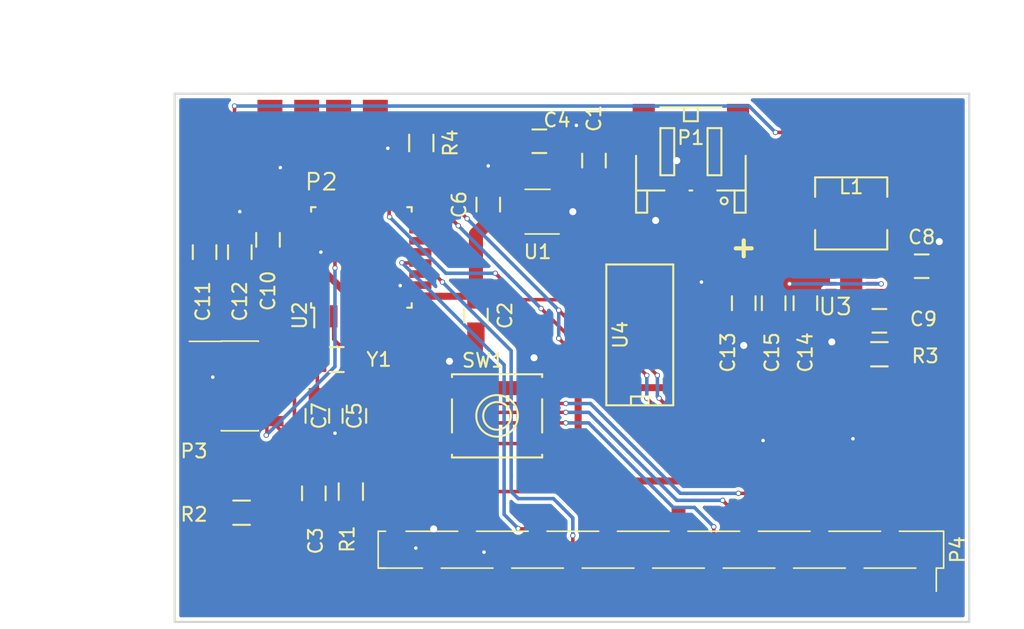
<source format=kicad_pcb>
(kicad_pcb (version 4) (host pcbnew 4.0.5+dfsg1-4)

  (general
    (links 103)
    (no_connects 0)
    (area 116.637999 75.235999 174.065001 113.486001)
    (thickness 1.6)
    (drawings 8)
    (tracks 432)
    (zones 0)
    (modules 32)
    (nets 53)
  )

  (page A4)
  (layers
    (0 F.Cu signal)
    (31 B.Cu signal)
    (32 B.Adhes user)
    (33 F.Adhes user)
    (34 B.Paste user)
    (35 F.Paste user)
    (36 B.SilkS user)
    (37 F.SilkS user)
    (38 B.Mask user)
    (39 F.Mask user)
    (40 Dwgs.User user)
    (41 Cmts.User user)
    (42 Eco1.User user)
    (43 Eco2.User user)
    (44 Edge.Cuts user)
    (45 Margin user)
    (46 B.CrtYd user)
    (47 F.CrtYd user)
    (48 B.Fab user)
    (49 F.Fab user hide)
  )

  (setup
    (last_trace_width 0.254)
    (user_trace_width 0.254)
    (user_trace_width 0.508)
    (user_trace_width 1.016)
    (trace_clearance 0.1524)
    (zone_clearance 0.254)
    (zone_45_only yes)
    (trace_min 0.1524)
    (segment_width 0.2)
    (edge_width 0.15)
    (via_size 0.381)
    (via_drill 0.254)
    (via_min_size 0.381)
    (via_min_drill 0.254)
    (user_via 0.381 0.254)
    (user_via 1.016 0.508)
    (uvia_size 0.3)
    (uvia_drill 0.1)
    (uvias_allowed no)
    (uvia_min_size 0)
    (uvia_min_drill 0)
    (pcb_text_width 0.3)
    (pcb_text_size 1.5 1.5)
    (mod_edge_width 0.15)
    (mod_text_size 1 1)
    (mod_text_width 0.15)
    (pad_size 3.2 1)
    (pad_drill 0)
    (pad_to_mask_clearance 0.2)
    (aux_axis_origin 0 0)
    (visible_elements FFFEFF7F)
    (pcbplotparams
      (layerselection 0x010fc_80000001)
      (usegerberextensions false)
      (excludeedgelayer true)
      (linewidth 0.100000)
      (plotframeref false)
      (viasonmask false)
      (mode 1)
      (useauxorigin false)
      (hpglpennumber 1)
      (hpglpenspeed 20)
      (hpglpendiameter 15)
      (hpglpenoverlay 2)
      (psnegative false)
      (psa4output false)
      (plotreference true)
      (plotvalue true)
      (plotinvisibletext false)
      (padsonsilk false)
      (subtractmaskfromsilk true)
      (outputformat 1)
      (mirror false)
      (drillshape 0)
      (scaleselection 1)
      (outputdirectory output/))
  )

  (net 0 "")
  (net 1 /VBAT)
  (net 2 GND)
  (net 3 +3V3)
  (net 4 ~RESET)
  (net 5 "Net-(C4-Pad1)")
  (net 6 XOUT32)
  (net 7 XIN32)
  (net 8 "Net-(C9-Pad1)")
  (net 9 "Net-(C10-Pad1)")
  (net 10 +5V)
  (net 11 "Net-(L1-Pad2)")
  (net 12 "Net-(P2-Pad1)")
  (net 13 USBD-)
  (net 14 USBD+)
  (net 15 "Net-(P2-Pad4)")
  (net 16 SWDIO)
  (net 17 SWCLK)
  (net 18 "Net-(P3-Pad6)")
  (net 19 "Net-(P3-Pad7)")
  (net 20 "Net-(P3-Pad8)")
  (net 21 "Net-(P3-Pad9)")
  (net 22 "Net-(R1-Pad2)")
  (net 23 5V_EN)
  (net 24 SPI_EN)
  (net 25 SOFT_PWR)
  (net 26 MODE)
  (net 27 BRIGHT)
  (net 28 "Net-(U2-Pad3)")
  (net 29 "Net-(U2-Pad4)")
  (net 30 "Net-(U2-Pad5)")
  (net 31 TXD)
  (net 32 RXD)
  (net 33 "Net-(U2-Pad13)")
  (net 34 "Net-(U2-Pad14)")
  (net 35 "Net-(U2-Pad15)")
  (net 36 "Net-(U2-Pad16)")
  (net 37 MOSI3)
  (net 38 SCLK3)
  (net 39 "Net-(U2-Pad20)")
  (net 40 "Net-(U2-Pad21)")
  (net 41 "Net-(U2-Pad22)")
  (net 42 "Net-(U2-Pad27)")
  (net 43 "Net-(U3-Pad8)")
  (net 44 "Net-(U3-Pad5)")
  (net 45 "Net-(U4-Pad3)")
  (net 46 "Net-(U4-Pad6)")
  (net 47 SPI_CLK)
  (net 48 SPI_MOSI)
  (net 49 "Net-(U5-Pad6)")
  (net 50 "Net-(U5-Pad5)")
  (net 51 "Net-(P4-Pad3)")
  (net 52 "Net-(P4-Pad4)")

  (net_class Default "This is the default net class."
    (clearance 0.1524)
    (trace_width 0.1524)
    (via_dia 0.381)
    (via_drill 0.254)
    (uvia_dia 0.3)
    (uvia_drill 0.1)
    (add_net +3V3)
    (add_net +5V)
    (add_net /VBAT)
    (add_net 5V_EN)
    (add_net BRIGHT)
    (add_net GND)
    (add_net MODE)
    (add_net MOSI3)
    (add_net "Net-(C10-Pad1)")
    (add_net "Net-(C4-Pad1)")
    (add_net "Net-(C9-Pad1)")
    (add_net "Net-(L1-Pad2)")
    (add_net "Net-(P2-Pad1)")
    (add_net "Net-(P2-Pad4)")
    (add_net "Net-(P3-Pad6)")
    (add_net "Net-(P3-Pad7)")
    (add_net "Net-(P3-Pad8)")
    (add_net "Net-(P3-Pad9)")
    (add_net "Net-(P4-Pad3)")
    (add_net "Net-(P4-Pad4)")
    (add_net "Net-(R1-Pad2)")
    (add_net "Net-(U2-Pad13)")
    (add_net "Net-(U2-Pad14)")
    (add_net "Net-(U2-Pad15)")
    (add_net "Net-(U2-Pad16)")
    (add_net "Net-(U2-Pad20)")
    (add_net "Net-(U2-Pad21)")
    (add_net "Net-(U2-Pad22)")
    (add_net "Net-(U2-Pad27)")
    (add_net "Net-(U2-Pad3)")
    (add_net "Net-(U2-Pad4)")
    (add_net "Net-(U2-Pad5)")
    (add_net "Net-(U3-Pad5)")
    (add_net "Net-(U3-Pad8)")
    (add_net "Net-(U4-Pad3)")
    (add_net "Net-(U4-Pad6)")
    (add_net "Net-(U5-Pad5)")
    (add_net "Net-(U5-Pad6)")
    (add_net RXD)
    (add_net SCLK3)
    (add_net SOFT_PWR)
    (add_net SPI_CLK)
    (add_net SPI_EN)
    (add_net SPI_MOSI)
    (add_net SWCLK)
    (add_net SWDIO)
    (add_net TXD)
    (add_net USBD+)
    (add_net USBD-)
    (add_net XIN32)
    (add_net XOUT32)
    (add_net ~RESET)
  )

  (module Pin_Headers2:Pin_Header_Straight_1x16_Pitch2.54mm_SMD_Pin1Right (layer F.Cu) (tedit 58CD4EC2) (tstamp 5932081D)
    (at 151.765 108.204 270)
    (descr "surface-mounted straight pin header, 1x16, 2.54mm pitch, single row, style 2 (pin 1 right)")
    (tags "Surface mounted pin header SMD 1x16 2.54mm single row style2 pin1 right")
    (path /592D1E73)
    (attr smd)
    (fp_text reference P4 (at 0 -21.38 270) (layer F.SilkS)
      (effects (font (size 1 1) (thickness 0.15)))
    )
    (fp_text value CONN_01X16 (at 0 21.38 270) (layer F.Fab)
      (effects (font (size 1 1) (thickness 0.15)))
    )
    (fp_line (start -1.27 -20.32) (end -1.27 20.32) (layer F.Fab) (width 0.1))
    (fp_line (start -1.27 20.32) (end 1.27 20.32) (layer F.Fab) (width 0.1))
    (fp_line (start 1.27 20.32) (end 1.27 -20.32) (layer F.Fab) (width 0.1))
    (fp_line (start 1.27 -20.32) (end -1.27 -20.32) (layer F.Fab) (width 0.1))
    (fp_line (start -1.27 -16.83) (end -1.27 -16.19) (layer F.Fab) (width 0.1))
    (fp_line (start -1.27 -16.19) (end -2.65 -16.19) (layer F.Fab) (width 0.1))
    (fp_line (start -2.65 -16.19) (end -2.65 -16.83) (layer F.Fab) (width 0.1))
    (fp_line (start -2.65 -16.83) (end -1.27 -16.83) (layer F.Fab) (width 0.1))
    (fp_line (start -1.27 -11.75) (end -1.27 -11.11) (layer F.Fab) (width 0.1))
    (fp_line (start -1.27 -11.11) (end -2.65 -11.11) (layer F.Fab) (width 0.1))
    (fp_line (start -2.65 -11.11) (end -2.65 -11.75) (layer F.Fab) (width 0.1))
    (fp_line (start -2.65 -11.75) (end -1.27 -11.75) (layer F.Fab) (width 0.1))
    (fp_line (start -1.27 -6.67) (end -1.27 -6.03) (layer F.Fab) (width 0.1))
    (fp_line (start -1.27 -6.03) (end -2.65 -6.03) (layer F.Fab) (width 0.1))
    (fp_line (start -2.65 -6.03) (end -2.65 -6.67) (layer F.Fab) (width 0.1))
    (fp_line (start -2.65 -6.67) (end -1.27 -6.67) (layer F.Fab) (width 0.1))
    (fp_line (start -1.27 -1.59) (end -1.27 -0.95) (layer F.Fab) (width 0.1))
    (fp_line (start -1.27 -0.95) (end -2.65 -0.95) (layer F.Fab) (width 0.1))
    (fp_line (start -2.65 -0.95) (end -2.65 -1.59) (layer F.Fab) (width 0.1))
    (fp_line (start -2.65 -1.59) (end -1.27 -1.59) (layer F.Fab) (width 0.1))
    (fp_line (start -1.27 3.49) (end -1.27 4.13) (layer F.Fab) (width 0.1))
    (fp_line (start -1.27 4.13) (end -2.65 4.13) (layer F.Fab) (width 0.1))
    (fp_line (start -2.65 4.13) (end -2.65 3.49) (layer F.Fab) (width 0.1))
    (fp_line (start -2.65 3.49) (end -1.27 3.49) (layer F.Fab) (width 0.1))
    (fp_line (start -1.27 8.57) (end -1.27 9.21) (layer F.Fab) (width 0.1))
    (fp_line (start -1.27 9.21) (end -2.65 9.21) (layer F.Fab) (width 0.1))
    (fp_line (start -2.65 9.21) (end -2.65 8.57) (layer F.Fab) (width 0.1))
    (fp_line (start -2.65 8.57) (end -1.27 8.57) (layer F.Fab) (width 0.1))
    (fp_line (start -1.27 13.65) (end -1.27 14.29) (layer F.Fab) (width 0.1))
    (fp_line (start -1.27 14.29) (end -2.65 14.29) (layer F.Fab) (width 0.1))
    (fp_line (start -2.65 14.29) (end -2.65 13.65) (layer F.Fab) (width 0.1))
    (fp_line (start -2.65 13.65) (end -1.27 13.65) (layer F.Fab) (width 0.1))
    (fp_line (start -1.27 18.73) (end -1.27 19.37) (layer F.Fab) (width 0.1))
    (fp_line (start -1.27 19.37) (end -2.65 19.37) (layer F.Fab) (width 0.1))
    (fp_line (start -2.65 19.37) (end -2.65 18.73) (layer F.Fab) (width 0.1))
    (fp_line (start -2.65 18.73) (end -1.27 18.73) (layer F.Fab) (width 0.1))
    (fp_line (start 1.27 -19.37) (end 1.27 -18.73) (layer F.Fab) (width 0.1))
    (fp_line (start 1.27 -18.73) (end 2.65 -18.73) (layer F.Fab) (width 0.1))
    (fp_line (start 2.65 -18.73) (end 2.65 -19.37) (layer F.Fab) (width 0.1))
    (fp_line (start 2.65 -19.37) (end 1.27 -19.37) (layer F.Fab) (width 0.1))
    (fp_line (start 1.27 -14.29) (end 1.27 -13.65) (layer F.Fab) (width 0.1))
    (fp_line (start 1.27 -13.65) (end 2.65 -13.65) (layer F.Fab) (width 0.1))
    (fp_line (start 2.65 -13.65) (end 2.65 -14.29) (layer F.Fab) (width 0.1))
    (fp_line (start 2.65 -14.29) (end 1.27 -14.29) (layer F.Fab) (width 0.1))
    (fp_line (start 1.27 -9.21) (end 1.27 -8.57) (layer F.Fab) (width 0.1))
    (fp_line (start 1.27 -8.57) (end 2.65 -8.57) (layer F.Fab) (width 0.1))
    (fp_line (start 2.65 -8.57) (end 2.65 -9.21) (layer F.Fab) (width 0.1))
    (fp_line (start 2.65 -9.21) (end 1.27 -9.21) (layer F.Fab) (width 0.1))
    (fp_line (start 1.27 -4.13) (end 1.27 -3.49) (layer F.Fab) (width 0.1))
    (fp_line (start 1.27 -3.49) (end 2.65 -3.49) (layer F.Fab) (width 0.1))
    (fp_line (start 2.65 -3.49) (end 2.65 -4.13) (layer F.Fab) (width 0.1))
    (fp_line (start 2.65 -4.13) (end 1.27 -4.13) (layer F.Fab) (width 0.1))
    (fp_line (start 1.27 0.95) (end 1.27 1.59) (layer F.Fab) (width 0.1))
    (fp_line (start 1.27 1.59) (end 2.65 1.59) (layer F.Fab) (width 0.1))
    (fp_line (start 2.65 1.59) (end 2.65 0.95) (layer F.Fab) (width 0.1))
    (fp_line (start 2.65 0.95) (end 1.27 0.95) (layer F.Fab) (width 0.1))
    (fp_line (start 1.27 6.03) (end 1.27 6.67) (layer F.Fab) (width 0.1))
    (fp_line (start 1.27 6.67) (end 2.65 6.67) (layer F.Fab) (width 0.1))
    (fp_line (start 2.65 6.67) (end 2.65 6.03) (layer F.Fab) (width 0.1))
    (fp_line (start 2.65 6.03) (end 1.27 6.03) (layer F.Fab) (width 0.1))
    (fp_line (start 1.27 11.11) (end 1.27 11.75) (layer F.Fab) (width 0.1))
    (fp_line (start 1.27 11.75) (end 2.65 11.75) (layer F.Fab) (width 0.1))
    (fp_line (start 2.65 11.75) (end 2.65 11.11) (layer F.Fab) (width 0.1))
    (fp_line (start 2.65 11.11) (end 1.27 11.11) (layer F.Fab) (width 0.1))
    (fp_line (start 1.27 16.19) (end 1.27 16.83) (layer F.Fab) (width 0.1))
    (fp_line (start 1.27 16.83) (end 2.65 16.83) (layer F.Fab) (width 0.1))
    (fp_line (start 2.65 16.83) (end 2.65 16.19) (layer F.Fab) (width 0.1))
    (fp_line (start 2.65 16.19) (end 1.27 16.19) (layer F.Fab) (width 0.1))
    (fp_line (start -1.33 -19.85) (end -1.33 -20.38) (layer F.SilkS) (width 0.12))
    (fp_line (start -1.33 -20.38) (end 1.33 -20.38) (layer F.SilkS) (width 0.12))
    (fp_line (start 1.33 -20.38) (end 1.33 -19.85) (layer F.SilkS) (width 0.12))
    (fp_line (start -1.33 19.85) (end -1.33 20.38) (layer F.SilkS) (width 0.12))
    (fp_line (start -1.33 20.38) (end 1.33 20.38) (layer F.SilkS) (width 0.12))
    (fp_line (start 1.33 20.38) (end 1.33 19.85) (layer F.SilkS) (width 0.12))
    (fp_line (start 1.33 -18.37) (end 1.33 -14.65) (layer F.SilkS) (width 0.12))
    (fp_line (start 1.33 -13.29) (end 1.33 -9.57) (layer F.SilkS) (width 0.12))
    (fp_line (start 1.33 -8.21) (end 1.33 -4.49) (layer F.SilkS) (width 0.12))
    (fp_line (start 1.33 -3.13) (end 1.33 0.59) (layer F.SilkS) (width 0.12))
    (fp_line (start 1.33 1.95) (end 1.33 5.67) (layer F.SilkS) (width 0.12))
    (fp_line (start 1.33 7.03) (end 1.33 10.75) (layer F.SilkS) (width 0.12))
    (fp_line (start 1.33 12.11) (end 1.33 15.83) (layer F.SilkS) (width 0.12))
    (fp_line (start 1.33 17.19) (end 1.33 20.38) (layer F.SilkS) (width 0.12))
    (fp_line (start -1.33 -20.38) (end -1.33 -17.19) (layer F.SilkS) (width 0.12))
    (fp_line (start 1.33 -19.85) (end 3 -19.85) (layer F.SilkS) (width 0.12))
    (fp_line (start -1.33 -15.83) (end -1.33 -12.11) (layer F.SilkS) (width 0.12))
    (fp_line (start -1.33 -10.75) (end -1.33 -7.03) (layer F.SilkS) (width 0.12))
    (fp_line (start -1.33 -5.67) (end -1.33 -1.95) (layer F.SilkS) (width 0.12))
    (fp_line (start -1.33 -0.59) (end -1.33 3.13) (layer F.SilkS) (width 0.12))
    (fp_line (start -1.33 4.49) (end -1.33 8.21) (layer F.SilkS) (width 0.12))
    (fp_line (start -1.33 9.57) (end -1.33 13.29) (layer F.SilkS) (width 0.12))
    (fp_line (start -1.33 14.65) (end -1.33 18.37) (layer F.SilkS) (width 0.12))
    (fp_line (start -3.5 -20.85) (end -3.5 20.85) (layer F.CrtYd) (width 0.05))
    (fp_line (start -3.5 20.85) (end 3.5 20.85) (layer F.CrtYd) (width 0.05))
    (fp_line (start 3.5 20.85) (end 3.5 -20.85) (layer F.CrtYd) (width 0.05))
    (fp_line (start 3.5 -20.85) (end -3.5 -20.85) (layer F.CrtYd) (width 0.05))
    (fp_text user %R (at 0 -21.38 270) (layer F.Fab)
      (effects (font (size 1 1) (thickness 0.15)))
    )
    (pad 2 smd rect (at -1.5 -16.51 270) (size 3 1) (layers F.Cu F.Paste F.Mask)
      (net 3 +3V3))
    (pad 4 smd rect (at -1.5 -11.43 270) (size 3 1) (layers F.Cu F.Paste F.Mask)
      (net 52 "Net-(P4-Pad4)"))
    (pad 6 smd rect (at -1.5 -6.35 270) (size 3 1) (layers F.Cu F.Paste F.Mask)
      (net 26 MODE))
    (pad 8 smd rect (at -1.5 -1.27 270) (size 3 1) (layers F.Cu F.Paste F.Mask)
      (net 17 SWCLK))
    (pad 10 smd rect (at -1.5 3.81 270) (size 3 1) (layers F.Cu F.Paste F.Mask)
      (net 4 ~RESET))
    (pad 12 smd rect (at -1.5 8.89 270) (size 3 1) (layers F.Cu F.Paste F.Mask)
      (net 32 RXD))
    (pad 14 smd rect (at -1.5 13.97 270) (size 3 1) (layers F.Cu F.Paste F.Mask)
      (net 2 GND))
    (pad 16 smd rect (at -1.5 19.05 270) (size 3 1) (layers F.Cu F.Paste F.Mask)
      (net 2 GND))
    (pad 1 smd rect (at 1.5 -19.05 270) (size 3 1) (layers F.Cu F.Paste F.Mask)
      (net 10 +5V))
    (pad 3 smd rect (at 1.5 -13.97 270) (size 3 1) (layers F.Cu F.Paste F.Mask)
      (net 51 "Net-(P4-Pad3)"))
    (pad 5 smd rect (at 1.5 -8.89 270) (size 3 1) (layers F.Cu F.Paste F.Mask)
      (net 27 BRIGHT))
    (pad 7 smd rect (at 1.5 -3.81 270) (size 3 1) (layers F.Cu F.Paste F.Mask)
      (net 25 SOFT_PWR))
    (pad 9 smd rect (at 1.5 1.27 270) (size 3 1) (layers F.Cu F.Paste F.Mask)
      (net 16 SWDIO))
    (pad 11 smd rect (at 1.5 6.35 270) (size 3 1) (layers F.Cu F.Paste F.Mask)
      (net 31 TXD))
    (pad 13 smd rect (at 1.5 11.43 270) (size 3 1) (layers F.Cu F.Paste F.Mask)
      (net 2 GND))
    (pad 15 smd rect (at 1.5 16.51 270) (size 3 1) (layers F.Cu F.Paste F.Mask)
      (net 2 GND))
    (model ${KISYS3DMOD}/Pin_Headers.3dshapes/Pin_Header_Straight_1x16_Pitch2.54mm_SMD_Pin1Right.wrl
      (at (xyz 0 0 0))
      (scale (xyz 1 1 1))
      (rotate (xyz 0 0 0))
    )
  )

  (module Capacitors_SMD:C_0805_HandSoldering (layer F.Cu) (tedit 592C9FF4) (tstamp 592C8205)
    (at 146.939 80.137 90)
    (descr "Capacitor SMD 0805, hand soldering")
    (tags "capacitor 0805")
    (path /592CED70)
    (attr smd)
    (fp_text reference C1 (at 3.048 0 90) (layer F.SilkS)
      (effects (font (size 1 1) (thickness 0.15)))
    )
    (fp_text value 1u (at 0 2.1 90) (layer F.Fab)
      (effects (font (size 1 1) (thickness 0.15)))
    )
    (fp_line (start -1 0.625) (end -1 -0.625) (layer F.Fab) (width 0.15))
    (fp_line (start 1 0.625) (end -1 0.625) (layer F.Fab) (width 0.15))
    (fp_line (start 1 -0.625) (end 1 0.625) (layer F.Fab) (width 0.15))
    (fp_line (start -1 -0.625) (end 1 -0.625) (layer F.Fab) (width 0.15))
    (fp_line (start -2.3 -1) (end 2.3 -1) (layer F.CrtYd) (width 0.05))
    (fp_line (start -2.3 1) (end 2.3 1) (layer F.CrtYd) (width 0.05))
    (fp_line (start -2.3 -1) (end -2.3 1) (layer F.CrtYd) (width 0.05))
    (fp_line (start 2.3 -1) (end 2.3 1) (layer F.CrtYd) (width 0.05))
    (fp_line (start 0.5 -0.85) (end -0.5 -0.85) (layer F.SilkS) (width 0.15))
    (fp_line (start -0.5 0.85) (end 0.5 0.85) (layer F.SilkS) (width 0.15))
    (pad 1 smd rect (at -1.25 0 90) (size 1.5 1.25) (layers F.Cu F.Paste F.Mask)
      (net 1 /VBAT))
    (pad 2 smd rect (at 1.25 0 90) (size 1.5 1.25) (layers F.Cu F.Paste F.Mask)
      (net 2 GND))
    (model Capacitors_SMD.3dshapes/C_0805_HandSoldering.wrl
      (at (xyz 0 0 0))
      (scale (xyz 1 1 1))
      (rotate (xyz 0 0 0))
    )
  )

  (module Capacitors_SMD:C_0805_HandSoldering (layer F.Cu) (tedit 541A9B8D) (tstamp 592C820B)
    (at 138.43 91.313 270)
    (descr "Capacitor SMD 0805, hand soldering")
    (tags "capacitor 0805")
    (path /592CED9E)
    (attr smd)
    (fp_text reference C2 (at 0 -2.1 270) (layer F.SilkS)
      (effects (font (size 1 1) (thickness 0.15)))
    )
    (fp_text value 0.1u (at 0 2.1 270) (layer F.Fab)
      (effects (font (size 1 1) (thickness 0.15)))
    )
    (fp_line (start -1 0.625) (end -1 -0.625) (layer F.Fab) (width 0.15))
    (fp_line (start 1 0.625) (end -1 0.625) (layer F.Fab) (width 0.15))
    (fp_line (start 1 -0.625) (end 1 0.625) (layer F.Fab) (width 0.15))
    (fp_line (start -1 -0.625) (end 1 -0.625) (layer F.Fab) (width 0.15))
    (fp_line (start -2.3 -1) (end 2.3 -1) (layer F.CrtYd) (width 0.05))
    (fp_line (start -2.3 1) (end 2.3 1) (layer F.CrtYd) (width 0.05))
    (fp_line (start -2.3 -1) (end -2.3 1) (layer F.CrtYd) (width 0.05))
    (fp_line (start 2.3 -1) (end 2.3 1) (layer F.CrtYd) (width 0.05))
    (fp_line (start 0.5 -0.85) (end -0.5 -0.85) (layer F.SilkS) (width 0.15))
    (fp_line (start -0.5 0.85) (end 0.5 0.85) (layer F.SilkS) (width 0.15))
    (pad 1 smd rect (at -1.25 0 270) (size 1.5 1.25) (layers F.Cu F.Paste F.Mask)
      (net 3 +3V3))
    (pad 2 smd rect (at 1.25 0 270) (size 1.5 1.25) (layers F.Cu F.Paste F.Mask)
      (net 2 GND))
    (model Capacitors_SMD.3dshapes/C_0805_HandSoldering.wrl
      (at (xyz 0 0 0))
      (scale (xyz 1 1 1))
      (rotate (xyz 0 0 0))
    )
  )

  (module Capacitors_SMD:C_0805_HandSoldering (layer F.Cu) (tedit 592CA027) (tstamp 592C8211)
    (at 126.746 104.14 90)
    (descr "Capacitor SMD 0805, hand soldering")
    (tags "capacitor 0805")
    (path /592CEDE2)
    (attr smd)
    (fp_text reference C3 (at -3.429 0.127 90) (layer F.SilkS)
      (effects (font (size 1 1) (thickness 0.15)))
    )
    (fp_text value 0.1u (at 0 2.1 90) (layer F.Fab)
      (effects (font (size 1 1) (thickness 0.15)))
    )
    (fp_line (start -1 0.625) (end -1 -0.625) (layer F.Fab) (width 0.15))
    (fp_line (start 1 0.625) (end -1 0.625) (layer F.Fab) (width 0.15))
    (fp_line (start 1 -0.625) (end 1 0.625) (layer F.Fab) (width 0.15))
    (fp_line (start -1 -0.625) (end 1 -0.625) (layer F.Fab) (width 0.15))
    (fp_line (start -2.3 -1) (end 2.3 -1) (layer F.CrtYd) (width 0.05))
    (fp_line (start -2.3 1) (end 2.3 1) (layer F.CrtYd) (width 0.05))
    (fp_line (start -2.3 -1) (end -2.3 1) (layer F.CrtYd) (width 0.05))
    (fp_line (start 2.3 -1) (end 2.3 1) (layer F.CrtYd) (width 0.05))
    (fp_line (start 0.5 -0.85) (end -0.5 -0.85) (layer F.SilkS) (width 0.15))
    (fp_line (start -0.5 0.85) (end 0.5 0.85) (layer F.SilkS) (width 0.15))
    (pad 1 smd rect (at -1.25 0 90) (size 1.5 1.25) (layers F.Cu F.Paste F.Mask)
      (net 4 ~RESET))
    (pad 2 smd rect (at 1.25 0 90) (size 1.5 1.25) (layers F.Cu F.Paste F.Mask)
      (net 2 GND))
    (model Capacitors_SMD.3dshapes/C_0805_HandSoldering.wrl
      (at (xyz 0 0 0))
      (scale (xyz 1 1 1))
      (rotate (xyz 0 0 0))
    )
  )

  (module Capacitors_SMD:C_0805_HandSoldering (layer F.Cu) (tedit 592C9FF7) (tstamp 592C8217)
    (at 143.002 78.74)
    (descr "Capacitor SMD 0805, hand soldering")
    (tags "capacitor 0805")
    (path /592CED69)
    (attr smd)
    (fp_text reference C4 (at 1.27 -1.524) (layer F.SilkS)
      (effects (font (size 1 1) (thickness 0.15)))
    )
    (fp_text value 0.1u (at 0 2.1) (layer F.Fab)
      (effects (font (size 1 1) (thickness 0.15)))
    )
    (fp_line (start -1 0.625) (end -1 -0.625) (layer F.Fab) (width 0.15))
    (fp_line (start 1 0.625) (end -1 0.625) (layer F.Fab) (width 0.15))
    (fp_line (start 1 -0.625) (end 1 0.625) (layer F.Fab) (width 0.15))
    (fp_line (start -1 -0.625) (end 1 -0.625) (layer F.Fab) (width 0.15))
    (fp_line (start -2.3 -1) (end 2.3 -1) (layer F.CrtYd) (width 0.05))
    (fp_line (start -2.3 1) (end 2.3 1) (layer F.CrtYd) (width 0.05))
    (fp_line (start -2.3 -1) (end -2.3 1) (layer F.CrtYd) (width 0.05))
    (fp_line (start 2.3 -1) (end 2.3 1) (layer F.CrtYd) (width 0.05))
    (fp_line (start 0.5 -0.85) (end -0.5 -0.85) (layer F.SilkS) (width 0.15))
    (fp_line (start -0.5 0.85) (end 0.5 0.85) (layer F.SilkS) (width 0.15))
    (pad 1 smd rect (at -1.25 0) (size 1.5 1.25) (layers F.Cu F.Paste F.Mask)
      (net 5 "Net-(C4-Pad1)"))
    (pad 2 smd rect (at 1.25 0) (size 1.5 1.25) (layers F.Cu F.Paste F.Mask)
      (net 2 GND))
    (model Capacitors_SMD.3dshapes/C_0805_HandSoldering.wrl
      (at (xyz 0 0 0))
      (scale (xyz 1 1 1))
      (rotate (xyz 0 0 0))
    )
  )

  (module Capacitors_SMD:C_0805_HandSoldering (layer F.Cu) (tedit 592CA03C) (tstamp 592C821D)
    (at 129.667 98.552 270)
    (descr "Capacitor SMD 0805, hand soldering")
    (tags "capacitor 0805")
    (path /592CEEFF)
    (attr smd)
    (fp_text reference C5 (at 0 0 270) (layer F.SilkS)
      (effects (font (size 1 1) (thickness 0.15)))
    )
    (fp_text value 22pF (at 0 2.1 270) (layer F.Fab)
      (effects (font (size 1 1) (thickness 0.15)))
    )
    (fp_line (start -1 0.625) (end -1 -0.625) (layer F.Fab) (width 0.15))
    (fp_line (start 1 0.625) (end -1 0.625) (layer F.Fab) (width 0.15))
    (fp_line (start 1 -0.625) (end 1 0.625) (layer F.Fab) (width 0.15))
    (fp_line (start -1 -0.625) (end 1 -0.625) (layer F.Fab) (width 0.15))
    (fp_line (start -2.3 -1) (end 2.3 -1) (layer F.CrtYd) (width 0.05))
    (fp_line (start -2.3 1) (end 2.3 1) (layer F.CrtYd) (width 0.05))
    (fp_line (start -2.3 -1) (end -2.3 1) (layer F.CrtYd) (width 0.05))
    (fp_line (start 2.3 -1) (end 2.3 1) (layer F.CrtYd) (width 0.05))
    (fp_line (start 0.5 -0.85) (end -0.5 -0.85) (layer F.SilkS) (width 0.15))
    (fp_line (start -0.5 0.85) (end 0.5 0.85) (layer F.SilkS) (width 0.15))
    (pad 1 smd rect (at -1.25 0 270) (size 1.5 1.25) (layers F.Cu F.Paste F.Mask)
      (net 6 XOUT32))
    (pad 2 smd rect (at 1.25 0 270) (size 1.5 1.25) (layers F.Cu F.Paste F.Mask)
      (net 2 GND))
    (model Capacitors_SMD.3dshapes/C_0805_HandSoldering.wrl
      (at (xyz 0 0 0))
      (scale (xyz 1 1 1))
      (rotate (xyz 0 0 0))
    )
  )

  (module Capacitors_SMD:C_0805_HandSoldering (layer F.Cu) (tedit 541A9B8D) (tstamp 592C8223)
    (at 139.319 83.312 90)
    (descr "Capacitor SMD 0805, hand soldering")
    (tags "capacitor 0805")
    (path /592CED77)
    (attr smd)
    (fp_text reference C6 (at 0 -2.1 90) (layer F.SilkS)
      (effects (font (size 1 1) (thickness 0.15)))
    )
    (fp_text value 1u (at 0 2.1 90) (layer F.Fab)
      (effects (font (size 1 1) (thickness 0.15)))
    )
    (fp_line (start -1 0.625) (end -1 -0.625) (layer F.Fab) (width 0.15))
    (fp_line (start 1 0.625) (end -1 0.625) (layer F.Fab) (width 0.15))
    (fp_line (start 1 -0.625) (end 1 0.625) (layer F.Fab) (width 0.15))
    (fp_line (start -1 -0.625) (end 1 -0.625) (layer F.Fab) (width 0.15))
    (fp_line (start -2.3 -1) (end 2.3 -1) (layer F.CrtYd) (width 0.05))
    (fp_line (start -2.3 1) (end 2.3 1) (layer F.CrtYd) (width 0.05))
    (fp_line (start -2.3 -1) (end -2.3 1) (layer F.CrtYd) (width 0.05))
    (fp_line (start 2.3 -1) (end 2.3 1) (layer F.CrtYd) (width 0.05))
    (fp_line (start 0.5 -0.85) (end -0.5 -0.85) (layer F.SilkS) (width 0.15))
    (fp_line (start -0.5 0.85) (end 0.5 0.85) (layer F.SilkS) (width 0.15))
    (pad 1 smd rect (at -1.25 0 90) (size 1.5 1.25) (layers F.Cu F.Paste F.Mask)
      (net 3 +3V3))
    (pad 2 smd rect (at 1.25 0 90) (size 1.5 1.25) (layers F.Cu F.Paste F.Mask)
      (net 2 GND))
    (model Capacitors_SMD.3dshapes/C_0805_HandSoldering.wrl
      (at (xyz 0 0 0))
      (scale (xyz 1 1 1))
      (rotate (xyz 0 0 0))
    )
  )

  (module Capacitors_SMD:C_0805_HandSoldering (layer F.Cu) (tedit 592CA036) (tstamp 592C8229)
    (at 127 98.552 270)
    (descr "Capacitor SMD 0805, hand soldering")
    (tags "capacitor 0805")
    (path /592CEEF8)
    (attr smd)
    (fp_text reference C7 (at 0 -0.127 270) (layer F.SilkS)
      (effects (font (size 1 1) (thickness 0.15)))
    )
    (fp_text value 22pF (at 0 2.1 270) (layer F.Fab)
      (effects (font (size 1 1) (thickness 0.15)))
    )
    (fp_line (start -1 0.625) (end -1 -0.625) (layer F.Fab) (width 0.15))
    (fp_line (start 1 0.625) (end -1 0.625) (layer F.Fab) (width 0.15))
    (fp_line (start 1 -0.625) (end 1 0.625) (layer F.Fab) (width 0.15))
    (fp_line (start -1 -0.625) (end 1 -0.625) (layer F.Fab) (width 0.15))
    (fp_line (start -2.3 -1) (end 2.3 -1) (layer F.CrtYd) (width 0.05))
    (fp_line (start -2.3 1) (end 2.3 1) (layer F.CrtYd) (width 0.05))
    (fp_line (start -2.3 -1) (end -2.3 1) (layer F.CrtYd) (width 0.05))
    (fp_line (start 2.3 -1) (end 2.3 1) (layer F.CrtYd) (width 0.05))
    (fp_line (start 0.5 -0.85) (end -0.5 -0.85) (layer F.SilkS) (width 0.15))
    (fp_line (start -0.5 0.85) (end 0.5 0.85) (layer F.SilkS) (width 0.15))
    (pad 1 smd rect (at -1.25 0 270) (size 1.5 1.25) (layers F.Cu F.Paste F.Mask)
      (net 7 XIN32))
    (pad 2 smd rect (at 1.25 0 270) (size 1.5 1.25) (layers F.Cu F.Paste F.Mask)
      (net 2 GND))
    (model Capacitors_SMD.3dshapes/C_0805_HandSoldering.wrl
      (at (xyz 0 0 0))
      (scale (xyz 1 1 1))
      (rotate (xyz 0 0 0))
    )
  )

  (module Capacitors_SMD:C_0805_HandSoldering (layer F.Cu) (tedit 541A9B8D) (tstamp 592C822F)
    (at 170.561 87.757)
    (descr "Capacitor SMD 0805, hand soldering")
    (tags "capacitor 0805")
    (path /592CEFA1)
    (attr smd)
    (fp_text reference C8 (at 0 -2.1) (layer F.SilkS)
      (effects (font (size 1 1) (thickness 0.15)))
    )
    (fp_text value 22u (at 0 2.1) (layer F.Fab)
      (effects (font (size 1 1) (thickness 0.15)))
    )
    (fp_line (start -1 0.625) (end -1 -0.625) (layer F.Fab) (width 0.15))
    (fp_line (start 1 0.625) (end -1 0.625) (layer F.Fab) (width 0.15))
    (fp_line (start 1 -0.625) (end 1 0.625) (layer F.Fab) (width 0.15))
    (fp_line (start -1 -0.625) (end 1 -0.625) (layer F.Fab) (width 0.15))
    (fp_line (start -2.3 -1) (end 2.3 -1) (layer F.CrtYd) (width 0.05))
    (fp_line (start -2.3 1) (end 2.3 1) (layer F.CrtYd) (width 0.05))
    (fp_line (start -2.3 -1) (end -2.3 1) (layer F.CrtYd) (width 0.05))
    (fp_line (start 2.3 -1) (end 2.3 1) (layer F.CrtYd) (width 0.05))
    (fp_line (start 0.5 -0.85) (end -0.5 -0.85) (layer F.SilkS) (width 0.15))
    (fp_line (start -0.5 0.85) (end 0.5 0.85) (layer F.SilkS) (width 0.15))
    (pad 1 smd rect (at -1.25 0) (size 1.5 1.25) (layers F.Cu F.Paste F.Mask)
      (net 1 /VBAT))
    (pad 2 smd rect (at 1.25 0) (size 1.5 1.25) (layers F.Cu F.Paste F.Mask)
      (net 2 GND))
    (model Capacitors_SMD.3dshapes/C_0805_HandSoldering.wrl
      (at (xyz 0 0 0))
      (scale (xyz 1 1 1))
      (rotate (xyz 0 0 0))
    )
  )

  (module Capacitors_SMD:C_0805_HandSoldering (layer F.Cu) (tedit 592C9FD5) (tstamp 592C8235)
    (at 167.513 91.694 180)
    (descr "Capacitor SMD 0805, hand soldering")
    (tags "capacitor 0805")
    (path /592CEF71)
    (attr smd)
    (fp_text reference C9 (at -3.175 0.127 180) (layer F.SilkS)
      (effects (font (size 1 1) (thickness 0.15)))
    )
    (fp_text value 0.1u (at 0 2.1 180) (layer F.Fab)
      (effects (font (size 1 1) (thickness 0.15)))
    )
    (fp_line (start -1 0.625) (end -1 -0.625) (layer F.Fab) (width 0.15))
    (fp_line (start 1 0.625) (end -1 0.625) (layer F.Fab) (width 0.15))
    (fp_line (start 1 -0.625) (end 1 0.625) (layer F.Fab) (width 0.15))
    (fp_line (start -1 -0.625) (end 1 -0.625) (layer F.Fab) (width 0.15))
    (fp_line (start -2.3 -1) (end 2.3 -1) (layer F.CrtYd) (width 0.05))
    (fp_line (start -2.3 1) (end 2.3 1) (layer F.CrtYd) (width 0.05))
    (fp_line (start -2.3 -1) (end -2.3 1) (layer F.CrtYd) (width 0.05))
    (fp_line (start 2.3 -1) (end 2.3 1) (layer F.CrtYd) (width 0.05))
    (fp_line (start 0.5 -0.85) (end -0.5 -0.85) (layer F.SilkS) (width 0.15))
    (fp_line (start -0.5 0.85) (end 0.5 0.85) (layer F.SilkS) (width 0.15))
    (pad 1 smd rect (at -1.25 0 180) (size 1.5 1.25) (layers F.Cu F.Paste F.Mask)
      (net 8 "Net-(C9-Pad1)"))
    (pad 2 smd rect (at 1.25 0 180) (size 1.5 1.25) (layers F.Cu F.Paste F.Mask)
      (net 2 GND))
    (model Capacitors_SMD.3dshapes/C_0805_HandSoldering.wrl
      (at (xyz 0 0 0))
      (scale (xyz 1 1 1))
      (rotate (xyz 0 0 0))
    )
  )

  (module Capacitors_SMD:C_0805_HandSoldering (layer F.Cu) (tedit 592CA00A) (tstamp 592C823B)
    (at 123.444 85.852 90)
    (descr "Capacitor SMD 0805, hand soldering")
    (tags "capacitor 0805")
    (path /592CEDB1)
    (attr smd)
    (fp_text reference C10 (at -3.683 0 90) (layer F.SilkS)
      (effects (font (size 1 1) (thickness 0.15)))
    )
    (fp_text value 0.1u (at 0 2.1 90) (layer F.Fab)
      (effects (font (size 1 1) (thickness 0.15)))
    )
    (fp_line (start -1 0.625) (end -1 -0.625) (layer F.Fab) (width 0.15))
    (fp_line (start 1 0.625) (end -1 0.625) (layer F.Fab) (width 0.15))
    (fp_line (start 1 -0.625) (end 1 0.625) (layer F.Fab) (width 0.15))
    (fp_line (start -1 -0.625) (end 1 -0.625) (layer F.Fab) (width 0.15))
    (fp_line (start -2.3 -1) (end 2.3 -1) (layer F.CrtYd) (width 0.05))
    (fp_line (start -2.3 1) (end 2.3 1) (layer F.CrtYd) (width 0.05))
    (fp_line (start -2.3 -1) (end -2.3 1) (layer F.CrtYd) (width 0.05))
    (fp_line (start 2.3 -1) (end 2.3 1) (layer F.CrtYd) (width 0.05))
    (fp_line (start 0.5 -0.85) (end -0.5 -0.85) (layer F.SilkS) (width 0.15))
    (fp_line (start -0.5 0.85) (end 0.5 0.85) (layer F.SilkS) (width 0.15))
    (pad 1 smd rect (at -1.25 0 90) (size 1.5 1.25) (layers F.Cu F.Paste F.Mask)
      (net 9 "Net-(C10-Pad1)"))
    (pad 2 smd rect (at 1.25 0 90) (size 1.5 1.25) (layers F.Cu F.Paste F.Mask)
      (net 2 GND))
    (model Capacitors_SMD.3dshapes/C_0805_HandSoldering.wrl
      (at (xyz 0 0 0))
      (scale (xyz 1 1 1))
      (rotate (xyz 0 0 0))
    )
  )

  (module Capacitors_SMD:C_0805_HandSoldering (layer F.Cu) (tedit 592CA01C) (tstamp 592C8241)
    (at 118.872 86.741 90)
    (descr "Capacitor SMD 0805, hand soldering")
    (tags "capacitor 0805")
    (path /592CEDBE)
    (attr smd)
    (fp_text reference C11 (at -3.556 -0.127 90) (layer F.SilkS)
      (effects (font (size 1 1) (thickness 0.15)))
    )
    (fp_text value 0.1u (at 0 2.1 90) (layer F.Fab)
      (effects (font (size 1 1) (thickness 0.15)))
    )
    (fp_line (start -1 0.625) (end -1 -0.625) (layer F.Fab) (width 0.15))
    (fp_line (start 1 0.625) (end -1 0.625) (layer F.Fab) (width 0.15))
    (fp_line (start 1 -0.625) (end 1 0.625) (layer F.Fab) (width 0.15))
    (fp_line (start -1 -0.625) (end 1 -0.625) (layer F.Fab) (width 0.15))
    (fp_line (start -2.3 -1) (end 2.3 -1) (layer F.CrtYd) (width 0.05))
    (fp_line (start -2.3 1) (end 2.3 1) (layer F.CrtYd) (width 0.05))
    (fp_line (start -2.3 -1) (end -2.3 1) (layer F.CrtYd) (width 0.05))
    (fp_line (start 2.3 -1) (end 2.3 1) (layer F.CrtYd) (width 0.05))
    (fp_line (start 0.5 -0.85) (end -0.5 -0.85) (layer F.SilkS) (width 0.15))
    (fp_line (start -0.5 0.85) (end 0.5 0.85) (layer F.SilkS) (width 0.15))
    (pad 1 smd rect (at -1.25 0 90) (size 1.5 1.25) (layers F.Cu F.Paste F.Mask)
      (net 3 +3V3))
    (pad 2 smd rect (at 1.25 0 90) (size 1.5 1.25) (layers F.Cu F.Paste F.Mask)
      (net 2 GND))
    (model Capacitors_SMD.3dshapes/C_0805_HandSoldering.wrl
      (at (xyz 0 0 0))
      (scale (xyz 1 1 1))
      (rotate (xyz 0 0 0))
    )
  )

  (module Capacitors_SMD:C_0805_HandSoldering (layer F.Cu) (tedit 592CA011) (tstamp 592C8247)
    (at 121.412 86.741 90)
    (descr "Capacitor SMD 0805, hand soldering")
    (tags "capacitor 0805")
    (path /592CEDDB)
    (attr smd)
    (fp_text reference C12 (at -3.556 0 90) (layer F.SilkS)
      (effects (font (size 1 1) (thickness 0.15)))
    )
    (fp_text value 10u (at 0 2.1 90) (layer F.Fab)
      (effects (font (size 1 1) (thickness 0.15)))
    )
    (fp_line (start -1 0.625) (end -1 -0.625) (layer F.Fab) (width 0.15))
    (fp_line (start 1 0.625) (end -1 0.625) (layer F.Fab) (width 0.15))
    (fp_line (start 1 -0.625) (end 1 0.625) (layer F.Fab) (width 0.15))
    (fp_line (start -1 -0.625) (end 1 -0.625) (layer F.Fab) (width 0.15))
    (fp_line (start -2.3 -1) (end 2.3 -1) (layer F.CrtYd) (width 0.05))
    (fp_line (start -2.3 1) (end 2.3 1) (layer F.CrtYd) (width 0.05))
    (fp_line (start -2.3 -1) (end -2.3 1) (layer F.CrtYd) (width 0.05))
    (fp_line (start 2.3 -1) (end 2.3 1) (layer F.CrtYd) (width 0.05))
    (fp_line (start 0.5 -0.85) (end -0.5 -0.85) (layer F.SilkS) (width 0.15))
    (fp_line (start -0.5 0.85) (end 0.5 0.85) (layer F.SilkS) (width 0.15))
    (pad 1 smd rect (at -1.25 0 90) (size 1.5 1.25) (layers F.Cu F.Paste F.Mask)
      (net 3 +3V3))
    (pad 2 smd rect (at 1.25 0 90) (size 1.5 1.25) (layers F.Cu F.Paste F.Mask)
      (net 2 GND))
    (model Capacitors_SMD.3dshapes/C_0805_HandSoldering.wrl
      (at (xyz 0 0 0))
      (scale (xyz 1 1 1))
      (rotate (xyz 0 0 0))
    )
  )

  (module Capacitors_SMD:C_0805_HandSoldering (layer F.Cu) (tedit 592C9F6A) (tstamp 592C824D)
    (at 157.734 90.424 270)
    (descr "Capacitor SMD 0805, hand soldering")
    (tags "capacitor 0805")
    (path /592CEFAD)
    (attr smd)
    (fp_text reference C13 (at 3.556 1.143 270) (layer F.SilkS)
      (effects (font (size 1 1) (thickness 0.15)))
    )
    (fp_text value 22u (at 0 2.1 270) (layer F.Fab)
      (effects (font (size 1 1) (thickness 0.15)))
    )
    (fp_line (start -1 0.625) (end -1 -0.625) (layer F.Fab) (width 0.15))
    (fp_line (start 1 0.625) (end -1 0.625) (layer F.Fab) (width 0.15))
    (fp_line (start 1 -0.625) (end 1 0.625) (layer F.Fab) (width 0.15))
    (fp_line (start -1 -0.625) (end 1 -0.625) (layer F.Fab) (width 0.15))
    (fp_line (start -2.3 -1) (end 2.3 -1) (layer F.CrtYd) (width 0.05))
    (fp_line (start -2.3 1) (end 2.3 1) (layer F.CrtYd) (width 0.05))
    (fp_line (start -2.3 -1) (end -2.3 1) (layer F.CrtYd) (width 0.05))
    (fp_line (start 2.3 -1) (end 2.3 1) (layer F.CrtYd) (width 0.05))
    (fp_line (start 0.5 -0.85) (end -0.5 -0.85) (layer F.SilkS) (width 0.15))
    (fp_line (start -0.5 0.85) (end 0.5 0.85) (layer F.SilkS) (width 0.15))
    (pad 1 smd rect (at -1.25 0 270) (size 1.5 1.25) (layers F.Cu F.Paste F.Mask)
      (net 10 +5V))
    (pad 2 smd rect (at 1.25 0 270) (size 1.5 1.25) (layers F.Cu F.Paste F.Mask)
      (net 2 GND))
    (model Capacitors_SMD.3dshapes/C_0805_HandSoldering.wrl
      (at (xyz 0 0 0))
      (scale (xyz 1 1 1))
      (rotate (xyz 0 0 0))
    )
  )

  (module Capacitors_SMD:C_0805_HandSoldering (layer F.Cu) (tedit 592C9FD1) (tstamp 592C8253)
    (at 162.179 90.424 270)
    (descr "Capacitor SMD 0805, hand soldering")
    (tags "capacitor 0805")
    (path /592CEFB4)
    (attr smd)
    (fp_text reference C14 (at 3.556 0 270) (layer F.SilkS)
      (effects (font (size 1 1) (thickness 0.15)))
    )
    (fp_text value 22u (at 0 2.1 270) (layer F.Fab)
      (effects (font (size 1 1) (thickness 0.15)))
    )
    (fp_line (start -1 0.625) (end -1 -0.625) (layer F.Fab) (width 0.15))
    (fp_line (start 1 0.625) (end -1 0.625) (layer F.Fab) (width 0.15))
    (fp_line (start 1 -0.625) (end 1 0.625) (layer F.Fab) (width 0.15))
    (fp_line (start -1 -0.625) (end 1 -0.625) (layer F.Fab) (width 0.15))
    (fp_line (start -2.3 -1) (end 2.3 -1) (layer F.CrtYd) (width 0.05))
    (fp_line (start -2.3 1) (end 2.3 1) (layer F.CrtYd) (width 0.05))
    (fp_line (start -2.3 -1) (end -2.3 1) (layer F.CrtYd) (width 0.05))
    (fp_line (start 2.3 -1) (end 2.3 1) (layer F.CrtYd) (width 0.05))
    (fp_line (start 0.5 -0.85) (end -0.5 -0.85) (layer F.SilkS) (width 0.15))
    (fp_line (start -0.5 0.85) (end 0.5 0.85) (layer F.SilkS) (width 0.15))
    (pad 1 smd rect (at -1.25 0 270) (size 1.5 1.25) (layers F.Cu F.Paste F.Mask)
      (net 10 +5V))
    (pad 2 smd rect (at 1.25 0 270) (size 1.5 1.25) (layers F.Cu F.Paste F.Mask)
      (net 2 GND))
    (model Capacitors_SMD.3dshapes/C_0805_HandSoldering.wrl
      (at (xyz 0 0 0))
      (scale (xyz 1 1 1))
      (rotate (xyz 0 0 0))
    )
  )

  (module Capacitors_SMD:C_0805_HandSoldering (layer F.Cu) (tedit 592C9F70) (tstamp 592C8259)
    (at 159.893 90.424 270)
    (descr "Capacitor SMD 0805, hand soldering")
    (tags "capacitor 0805")
    (path /592CEFBB)
    (attr smd)
    (fp_text reference C15 (at 3.556 0.127 270) (layer F.SilkS)
      (effects (font (size 1 1) (thickness 0.15)))
    )
    (fp_text value 22u (at 0 2.1 270) (layer F.Fab)
      (effects (font (size 1 1) (thickness 0.15)))
    )
    (fp_line (start -1 0.625) (end -1 -0.625) (layer F.Fab) (width 0.15))
    (fp_line (start 1 0.625) (end -1 0.625) (layer F.Fab) (width 0.15))
    (fp_line (start 1 -0.625) (end 1 0.625) (layer F.Fab) (width 0.15))
    (fp_line (start -1 -0.625) (end 1 -0.625) (layer F.Fab) (width 0.15))
    (fp_line (start -2.3 -1) (end 2.3 -1) (layer F.CrtYd) (width 0.05))
    (fp_line (start -2.3 1) (end 2.3 1) (layer F.CrtYd) (width 0.05))
    (fp_line (start -2.3 -1) (end -2.3 1) (layer F.CrtYd) (width 0.05))
    (fp_line (start 2.3 -1) (end 2.3 1) (layer F.CrtYd) (width 0.05))
    (fp_line (start 0.5 -0.85) (end -0.5 -0.85) (layer F.SilkS) (width 0.15))
    (fp_line (start -0.5 0.85) (end 0.5 0.85) (layer F.SilkS) (width 0.15))
    (pad 1 smd rect (at -1.25 0 270) (size 1.5 1.25) (layers F.Cu F.Paste F.Mask)
      (net 10 +5V))
    (pad 2 smd rect (at 1.25 0 270) (size 1.5 1.25) (layers F.Cu F.Paste F.Mask)
      (net 2 GND))
    (model Capacitors_SMD.3dshapes/C_0805_HandSoldering.wrl
      (at (xyz 0 0 0))
      (scale (xyz 1 1 1))
      (rotate (xyz 0 0 0))
    )
  )

  (module Badge_Parts:Inductor_6.5x6 (layer F.Cu) (tedit 592C9FEC) (tstamp 592C8265)
    (at 165.481 83.947 180)
    (path /592CEF7E)
    (fp_text reference L1 (at 0 1.905 180) (layer F.SilkS)
      (effects (font (size 1 1) (thickness 0.15)))
    )
    (fp_text value L_Core_Ferrite (at 0 3.4 180) (layer F.Fab) hide
      (effects (font (size 1 1) (thickness 0.15)))
    )
    (fp_line (start -2.6 1.2) (end -2.6 2.6) (layer F.SilkS) (width 0.15))
    (fp_line (start -2.6 2.6) (end 2.6 2.6) (layer F.SilkS) (width 0.15))
    (fp_line (start 2.6 2.6) (end 2.6 1.2) (layer F.SilkS) (width 0.15))
    (fp_line (start -2.6 -2.6) (end 2.6 -2.6) (layer F.SilkS) (width 0.15))
    (fp_line (start 2.6 -2.6) (end 2.6 -1.2) (layer F.SilkS) (width 0.15))
    (fp_line (start -2.6 -2.6) (end -2.6 -1.2) (layer F.SilkS) (width 0.15))
    (pad 1 smd rect (at -2.25 0 180) (size 2 2) (layers F.Cu F.Paste F.Mask)
      (net 1 /VBAT))
    (pad 2 smd rect (at 2.25 0 180) (size 2 2) (layers F.Cu F.Paste F.Mask)
      (net 11 "Net-(L1-Pad2)"))
  )

  (module Connectors_JST:JST_PH_S2B-PH-SM4-TB_02x2.00mm_Angled (layer F.Cu) (tedit 592CA2ED) (tstamp 592C826D)
    (at 153.924 80.518 180)
    (descr http://www.jst-mfg.com/product/pdf/eng/ePH.pdf)
    (tags "connector jst ph")
    (path /592CED62)
    (attr smd)
    (fp_text reference P1 (at 0 2.032 180) (layer F.SilkS)
      (effects (font (size 1 1) (thickness 0.15)))
    )
    (fp_text value BATT (at 0 6 180) (layer F.Fab)
      (effects (font (size 1 1) (thickness 0.15)))
    )
    (fp_circle (center -2.4 -2.525) (end -2.15 -2.525) (layer F.SilkS) (width 0.15))
    (fp_line (start -0.5 4.225) (end -0.5 3.225) (layer F.SilkS) (width 0.15))
    (fp_line (start -0.5 3.225) (end 0.5 3.225) (layer F.SilkS) (width 0.15))
    (fp_line (start 0.5 3.225) (end 0.5 4.225) (layer F.SilkS) (width 0.15))
    (fp_line (start -1.9 -1.775) (end -3.15 -1.775) (layer F.SilkS) (width 0.15))
    (fp_line (start -3.15 -1.775) (end -3.15 -3.375) (layer F.SilkS) (width 0.15))
    (fp_line (start -3.15 -3.375) (end -3.95 -3.375) (layer F.SilkS) (width 0.15))
    (fp_line (start -3.95 -3.375) (end -3.95 0.725) (layer F.SilkS) (width 0.15))
    (fp_line (start -3.15 -1.775) (end -3.95 -1.775) (layer F.SilkS) (width 0.15))
    (fp_line (start 1.9 -1.775) (end 3.15 -1.775) (layer F.SilkS) (width 0.15))
    (fp_line (start 3.15 -1.775) (end 3.15 -3.375) (layer F.SilkS) (width 0.15))
    (fp_line (start 3.15 -3.375) (end 3.95 -3.375) (layer F.SilkS) (width 0.15))
    (fp_line (start 3.95 -3.375) (end 3.95 0.725) (layer F.SilkS) (width 0.15))
    (fp_line (start 3.15 -1.775) (end 3.95 -1.775) (layer F.SilkS) (width 0.15))
    (fp_line (start -2.2 4.225) (end 2.2 4.225) (layer F.SilkS) (width 0.15))
    (fp_line (start -2.2 -0.675) (end -2.2 2.725) (layer F.SilkS) (width 0.15))
    (fp_line (start -2.2 2.725) (end -1.2 2.725) (layer F.SilkS) (width 0.15))
    (fp_line (start -1.2 2.725) (end -1.2 -0.675) (layer F.SilkS) (width 0.15))
    (fp_line (start -1.2 -0.675) (end -2.2 -0.675) (layer F.SilkS) (width 0.15))
    (fp_line (start 2.2 -0.675) (end 2.2 2.725) (layer F.SilkS) (width 0.15))
    (fp_line (start 2.2 2.725) (end 1.2 2.725) (layer F.SilkS) (width 0.15))
    (fp_line (start 1.2 2.725) (end 1.2 -0.675) (layer F.SilkS) (width 0.15))
    (fp_line (start 1.2 -0.675) (end 2.2 -0.675) (layer F.SilkS) (width 0.15))
    (fp_line (start -0.1 -1.775) (end 0.1 -1.775) (layer F.SilkS) (width 0.15))
    (fp_line (start -4.7 5) (end -4.7 -5.05) (layer F.CrtYd) (width 0.05))
    (fp_line (start -4.7 -5.05) (end 4.7 -5.05) (layer F.CrtYd) (width 0.05))
    (fp_line (start 4.7 -5.05) (end 4.7 5) (layer F.CrtYd) (width 0.05))
    (fp_line (start 4.7 5) (end -4.7 5) (layer F.CrtYd) (width 0.05))
    (pad 1 smd rect (at -1 -2.775 180) (size 1 3.5) (layers F.Cu F.Paste F.Mask)
      (net 1 /VBAT))
    (pad 2 smd rect (at 1 -2.775 180) (size 1 3.5) (layers F.Cu F.Paste F.Mask)
      (net 2 GND))
    (pad "" smd rect (at -3.4 2.775 180) (size 1.6 3.4) (layers F.Cu F.Paste F.Mask))
    (pad "" smd rect (at 3.4 2.775 180) (size 1.6 3.4) (layers F.Cu F.Paste F.Mask))
  )

  (module Badge_Parts:Amphenol_10118192 (layer F.Cu) (tedit 592BC2A9) (tstamp 592C827C)
    (at 127.381 79.375 180)
    (path /592CEE1B)
    (fp_text reference P2 (at 0.1 -2.3 180) (layer F.SilkS)
      (effects (font (size 1.2 1.2) (thickness 0.15)))
    )
    (fp_text value USB_OTG (at 5.2 0 270) (layer F.Fab) hide
      (effects (font (size 1.2 1.2) (thickness 0.15)))
    )
    (pad 1 smd rect (at -1.3 0 180) (size 0.4 1.35) (layers F.Cu F.Paste F.Mask)
      (net 12 "Net-(P2-Pad1)"))
    (pad 2 smd rect (at -0.65 0 180) (size 0.4 1.35) (layers F.Cu F.Paste F.Mask)
      (net 13 USBD-))
    (pad 3 smd rect (at 0 0 180) (size 0.4 1.35) (layers F.Cu F.Paste F.Mask)
      (net 14 USBD+))
    (pad 4 smd rect (at 0.65 0 180) (size 0.4 1.35) (layers F.Cu F.Paste F.Mask)
      (net 15 "Net-(P2-Pad4)"))
    (pad 5 smd rect (at 1.3 0 180) (size 0.4 1.35) (layers F.Cu F.Paste F.Mask)
      (net 2 GND))
    (pad 6 smd rect (at -3.1 0.15 180) (size 2.1 1.6) (layers F.Cu F.Paste F.Mask)
      (net 2 GND))
    (pad 6 smd rect (at 3.1 0.15 180) (size 2.1 1.6) (layers F.Cu F.Paste F.Mask)
      (net 2 GND))
    (pad "" smd rect (at -1.15 2.675 180) (size 1.8 1.9) (layers F.Cu F.Paste F.Mask)
      (zone_connect 0))
    (pad "" smd rect (at 1.15 2.675 180) (size 1.8 1.9) (layers F.Cu F.Paste F.Mask)
      (zone_connect 0))
    (pad "" smd rect (at 3.8 2.675 180) (size 1.8 1.9) (layers F.Cu F.Paste F.Mask)
      (zone_connect 0))
    (pad "" smd rect (at -3.8 2.675 180) (size 1.8 1.9) (layers F.Cu F.Paste F.Mask)
      (zone_connect 0))
  )

  (module Pin_Headers2:Pin_Header_Straight_2x05_Pitch1.27mm_SMD (layer F.Cu) (tedit 592CA018) (tstamp 592C82C2)
    (at 121.412 96.393)
    (descr "surface-mounted straight pin header, 2x05, 1.27mm pitch, double rows")
    (tags "Surface mounted pin header SMD 2x05 1.27mm double row")
    (path /592CEDFD)
    (attr smd)
    (fp_text reference P3 (at -3.302 4.699) (layer F.SilkS)
      (effects (font (size 1 1) (thickness 0.15)))
    )
    (fp_text value CONN_CORTEX (at 0 4.235) (layer F.Fab)
      (effects (font (size 1 1) (thickness 0.15)))
    )
    (fp_line (start -1.27 -3.175) (end -1.27 3.175) (layer F.Fab) (width 0.1))
    (fp_line (start -1.27 3.175) (end 1.27 3.175) (layer F.Fab) (width 0.1))
    (fp_line (start 1.27 3.175) (end 1.27 -3.175) (layer F.Fab) (width 0.1))
    (fp_line (start 1.27 -3.175) (end -1.27 -3.175) (layer F.Fab) (width 0.1))
    (fp_line (start -1.27 -2.74) (end -1.27 -2.34) (layer F.Fab) (width 0.1))
    (fp_line (start -1.27 -2.34) (end -2.555 -2.34) (layer F.Fab) (width 0.1))
    (fp_line (start -2.555 -2.34) (end -2.555 -2.74) (layer F.Fab) (width 0.1))
    (fp_line (start -2.555 -2.74) (end -1.27 -2.74) (layer F.Fab) (width 0.1))
    (fp_line (start 1.27 -2.74) (end 1.27 -2.34) (layer F.Fab) (width 0.1))
    (fp_line (start 1.27 -2.34) (end 2.555 -2.34) (layer F.Fab) (width 0.1))
    (fp_line (start 2.555 -2.34) (end 2.555 -2.74) (layer F.Fab) (width 0.1))
    (fp_line (start 2.555 -2.74) (end 1.27 -2.74) (layer F.Fab) (width 0.1))
    (fp_line (start -1.27 -1.47) (end -1.27 -1.07) (layer F.Fab) (width 0.1))
    (fp_line (start -1.27 -1.07) (end -2.555 -1.07) (layer F.Fab) (width 0.1))
    (fp_line (start -2.555 -1.07) (end -2.555 -1.47) (layer F.Fab) (width 0.1))
    (fp_line (start -2.555 -1.47) (end -1.27 -1.47) (layer F.Fab) (width 0.1))
    (fp_line (start 1.27 -1.47) (end 1.27 -1.07) (layer F.Fab) (width 0.1))
    (fp_line (start 1.27 -1.07) (end 2.555 -1.07) (layer F.Fab) (width 0.1))
    (fp_line (start 2.555 -1.07) (end 2.555 -1.47) (layer F.Fab) (width 0.1))
    (fp_line (start 2.555 -1.47) (end 1.27 -1.47) (layer F.Fab) (width 0.1))
    (fp_line (start -1.27 -0.2) (end -1.27 0.2) (layer F.Fab) (width 0.1))
    (fp_line (start -1.27 0.2) (end -2.555 0.2) (layer F.Fab) (width 0.1))
    (fp_line (start -2.555 0.2) (end -2.555 -0.2) (layer F.Fab) (width 0.1))
    (fp_line (start -2.555 -0.2) (end -1.27 -0.2) (layer F.Fab) (width 0.1))
    (fp_line (start 1.27 -0.2) (end 1.27 0.2) (layer F.Fab) (width 0.1))
    (fp_line (start 1.27 0.2) (end 2.555 0.2) (layer F.Fab) (width 0.1))
    (fp_line (start 2.555 0.2) (end 2.555 -0.2) (layer F.Fab) (width 0.1))
    (fp_line (start 2.555 -0.2) (end 1.27 -0.2) (layer F.Fab) (width 0.1))
    (fp_line (start -1.27 1.07) (end -1.27 1.47) (layer F.Fab) (width 0.1))
    (fp_line (start -1.27 1.47) (end -2.555 1.47) (layer F.Fab) (width 0.1))
    (fp_line (start -2.555 1.47) (end -2.555 1.07) (layer F.Fab) (width 0.1))
    (fp_line (start -2.555 1.07) (end -1.27 1.07) (layer F.Fab) (width 0.1))
    (fp_line (start 1.27 1.07) (end 1.27 1.47) (layer F.Fab) (width 0.1))
    (fp_line (start 1.27 1.47) (end 2.555 1.47) (layer F.Fab) (width 0.1))
    (fp_line (start 2.555 1.47) (end 2.555 1.07) (layer F.Fab) (width 0.1))
    (fp_line (start 2.555 1.07) (end 1.27 1.07) (layer F.Fab) (width 0.1))
    (fp_line (start -1.27 2.34) (end -1.27 2.74) (layer F.Fab) (width 0.1))
    (fp_line (start -1.27 2.74) (end -2.555 2.74) (layer F.Fab) (width 0.1))
    (fp_line (start -2.555 2.74) (end -2.555 2.34) (layer F.Fab) (width 0.1))
    (fp_line (start -2.555 2.34) (end -1.27 2.34) (layer F.Fab) (width 0.1))
    (fp_line (start 1.27 2.34) (end 1.27 2.74) (layer F.Fab) (width 0.1))
    (fp_line (start 1.27 2.74) (end 2.555 2.74) (layer F.Fab) (width 0.1))
    (fp_line (start 2.555 2.74) (end 2.555 2.34) (layer F.Fab) (width 0.1))
    (fp_line (start 2.555 2.34) (end 1.27 2.34) (layer F.Fab) (width 0.1))
    (fp_line (start -1.33 -3.215) (end -1.33 -3.235) (layer F.SilkS) (width 0.12))
    (fp_line (start -1.33 -3.235) (end 1.33 -3.235) (layer F.SilkS) (width 0.12))
    (fp_line (start 1.33 -3.235) (end 1.33 -3.215) (layer F.SilkS) (width 0.12))
    (fp_line (start -1.33 3.215) (end -1.33 3.235) (layer F.SilkS) (width 0.12))
    (fp_line (start -1.33 3.235) (end 1.33 3.235) (layer F.SilkS) (width 0.12))
    (fp_line (start 1.33 3.235) (end 1.33 3.215) (layer F.SilkS) (width 0.12))
    (fp_line (start -3.635 -3.215) (end -1.33 -3.215) (layer F.SilkS) (width 0.12))
    (fp_line (start -4.15 -3.7) (end -4.15 3.7) (layer F.CrtYd) (width 0.05))
    (fp_line (start -4.15 3.7) (end 4.15 3.7) (layer F.CrtYd) (width 0.05))
    (fp_line (start 4.15 3.7) (end 4.15 -3.7) (layer F.CrtYd) (width 0.05))
    (fp_line (start 4.15 -3.7) (end -4.15 -3.7) (layer F.CrtYd) (width 0.05))
    (fp_text user %R (at 0 -4.235) (layer F.Fab)
      (effects (font (size 1 1) (thickness 0.15)))
    )
    (pad 1 smd rect (at -1.95 -2.54) (size 2.4 0.75) (layers F.Cu F.Paste F.Mask)
      (net 3 +3V3))
    (pad 2 smd rect (at 1.95 -2.54) (size 2.4 0.75) (layers F.Cu F.Paste F.Mask)
      (net 16 SWDIO))
    (pad 3 smd rect (at -1.95 -1.27) (size 2.4 0.75) (layers F.Cu F.Paste F.Mask)
      (net 2 GND))
    (pad 4 smd rect (at 1.95 -1.27) (size 2.4 0.75) (layers F.Cu F.Paste F.Mask)
      (net 17 SWCLK))
    (pad 5 smd rect (at -1.95 0) (size 2.4 0.75) (layers F.Cu F.Paste F.Mask)
      (net 2 GND))
    (pad 6 smd rect (at 1.95 0) (size 2.4 0.75) (layers F.Cu F.Paste F.Mask)
      (net 18 "Net-(P3-Pad6)"))
    (pad 7 smd rect (at -1.95 1.27) (size 2.4 0.75) (layers F.Cu F.Paste F.Mask)
      (net 19 "Net-(P3-Pad7)"))
    (pad 8 smd rect (at 1.95 1.27) (size 2.4 0.75) (layers F.Cu F.Paste F.Mask)
      (net 20 "Net-(P3-Pad8)"))
    (pad 9 smd rect (at -1.95 2.54) (size 2.4 0.75) (layers F.Cu F.Paste F.Mask)
      (net 21 "Net-(P3-Pad9)"))
    (pad 10 smd rect (at 1.95 2.54) (size 2.4 0.75) (layers F.Cu F.Paste F.Mask)
      (net 4 ~RESET))
    (model ${KISYS3DMOD}/Pin_Headers.3dshapes/Pin_Header_Straight_2x05_Pitch1.27mm_SMD.wrl
      (at (xyz 0 0 0))
      (scale (xyz 1 1 1))
      (rotate (xyz 0 0 0))
    )
  )

  (module Resistors_SMD:R_0805_HandSoldering (layer F.Cu) (tedit 592CA02C) (tstamp 592C82C8)
    (at 129.413 104.013 90)
    (descr "Resistor SMD 0805, hand soldering")
    (tags "resistor 0805")
    (path /592CEDEF)
    (attr smd)
    (fp_text reference R1 (at -3.429 -0.254 90) (layer F.SilkS)
      (effects (font (size 1 1) (thickness 0.15)))
    )
    (fp_text value 330 (at 0 2.1 90) (layer F.Fab)
      (effects (font (size 1 1) (thickness 0.15)))
    )
    (fp_line (start -1 0.625) (end -1 -0.625) (layer F.Fab) (width 0.1))
    (fp_line (start 1 0.625) (end -1 0.625) (layer F.Fab) (width 0.1))
    (fp_line (start 1 -0.625) (end 1 0.625) (layer F.Fab) (width 0.1))
    (fp_line (start -1 -0.625) (end 1 -0.625) (layer F.Fab) (width 0.1))
    (fp_line (start -2.4 -1) (end 2.4 -1) (layer F.CrtYd) (width 0.05))
    (fp_line (start -2.4 1) (end 2.4 1) (layer F.CrtYd) (width 0.05))
    (fp_line (start -2.4 -1) (end -2.4 1) (layer F.CrtYd) (width 0.05))
    (fp_line (start 2.4 -1) (end 2.4 1) (layer F.CrtYd) (width 0.05))
    (fp_line (start 0.6 0.875) (end -0.6 0.875) (layer F.SilkS) (width 0.15))
    (fp_line (start -0.6 -0.875) (end 0.6 -0.875) (layer F.SilkS) (width 0.15))
    (pad 1 smd rect (at -1.35 0 90) (size 1.5 1.3) (layers F.Cu F.Paste F.Mask)
      (net 4 ~RESET))
    (pad 2 smd rect (at 1.35 0 90) (size 1.5 1.3) (layers F.Cu F.Paste F.Mask)
      (net 22 "Net-(R1-Pad2)"))
    (model Resistors_SMD.3dshapes/R_0805_HandSoldering.wrl
      (at (xyz 0 0 0))
      (scale (xyz 1 1 1))
      (rotate (xyz 0 0 0))
    )
  )

  (module Resistors_SMD:R_0805_HandSoldering (layer F.Cu) (tedit 592CA022) (tstamp 592C82CE)
    (at 121.539 105.537)
    (descr "Resistor SMD 0805, hand soldering")
    (tags "resistor 0805")
    (path /592CEDD4)
    (attr smd)
    (fp_text reference R2 (at -3.429 0.127) (layer F.SilkS)
      (effects (font (size 1 1) (thickness 0.15)))
    )
    (fp_text value 10k (at 0 2.1) (layer F.Fab)
      (effects (font (size 1 1) (thickness 0.15)))
    )
    (fp_line (start -1 0.625) (end -1 -0.625) (layer F.Fab) (width 0.1))
    (fp_line (start 1 0.625) (end -1 0.625) (layer F.Fab) (width 0.1))
    (fp_line (start 1 -0.625) (end 1 0.625) (layer F.Fab) (width 0.1))
    (fp_line (start -1 -0.625) (end 1 -0.625) (layer F.Fab) (width 0.1))
    (fp_line (start -2.4 -1) (end 2.4 -1) (layer F.CrtYd) (width 0.05))
    (fp_line (start -2.4 1) (end 2.4 1) (layer F.CrtYd) (width 0.05))
    (fp_line (start -2.4 -1) (end -2.4 1) (layer F.CrtYd) (width 0.05))
    (fp_line (start 2.4 -1) (end 2.4 1) (layer F.CrtYd) (width 0.05))
    (fp_line (start 0.6 0.875) (end -0.6 0.875) (layer F.SilkS) (width 0.15))
    (fp_line (start -0.6 -0.875) (end 0.6 -0.875) (layer F.SilkS) (width 0.15))
    (pad 1 smd rect (at -1.35 0) (size 1.5 1.3) (layers F.Cu F.Paste F.Mask)
      (net 3 +3V3))
    (pad 2 smd rect (at 1.35 0) (size 1.5 1.3) (layers F.Cu F.Paste F.Mask)
      (net 4 ~RESET))
    (model Resistors_SMD.3dshapes/R_0805_HandSoldering.wrl
      (at (xyz 0 0 0))
      (scale (xyz 1 1 1))
      (rotate (xyz 0 0 0))
    )
  )

  (module Resistors_SMD:R_0805_HandSoldering (layer F.Cu) (tedit 592C9FDC) (tstamp 592C82D4)
    (at 167.513 94.107 180)
    (descr "Resistor SMD 0805, hand soldering")
    (tags "resistor 0805")
    (path /592CEF8D)
    (attr smd)
    (fp_text reference R3 (at -3.302 -0.127 180) (layer F.SilkS)
      (effects (font (size 1 1) (thickness 0.15)))
    )
    (fp_text value 10k (at 0 2.1 180) (layer F.Fab)
      (effects (font (size 1 1) (thickness 0.15)))
    )
    (fp_line (start -1 0.625) (end -1 -0.625) (layer F.Fab) (width 0.1))
    (fp_line (start 1 0.625) (end -1 0.625) (layer F.Fab) (width 0.1))
    (fp_line (start 1 -0.625) (end 1 0.625) (layer F.Fab) (width 0.1))
    (fp_line (start -1 -0.625) (end 1 -0.625) (layer F.Fab) (width 0.1))
    (fp_line (start -2.4 -1) (end 2.4 -1) (layer F.CrtYd) (width 0.05))
    (fp_line (start -2.4 1) (end 2.4 1) (layer F.CrtYd) (width 0.05))
    (fp_line (start -2.4 -1) (end -2.4 1) (layer F.CrtYd) (width 0.05))
    (fp_line (start 2.4 -1) (end 2.4 1) (layer F.CrtYd) (width 0.05))
    (fp_line (start 0.6 0.875) (end -0.6 0.875) (layer F.SilkS) (width 0.15))
    (fp_line (start -0.6 -0.875) (end 0.6 -0.875) (layer F.SilkS) (width 0.15))
    (pad 1 smd rect (at -1.35 0 180) (size 1.5 1.3) (layers F.Cu F.Paste F.Mask)
      (net 23 5V_EN))
    (pad 2 smd rect (at 1.35 0 180) (size 1.5 1.3) (layers F.Cu F.Paste F.Mask)
      (net 2 GND))
    (model Resistors_SMD.3dshapes/R_0805_HandSoldering.wrl
      (at (xyz 0 0 0))
      (scale (xyz 1 1 1))
      (rotate (xyz 0 0 0))
    )
  )

  (module Resistors_SMD:R_0805_HandSoldering (layer F.Cu) (tedit 58307B90) (tstamp 592C82DA)
    (at 134.493 78.867 270)
    (descr "Resistor SMD 0805, hand soldering")
    (tags "resistor 0805")
    (path /592CEE52)
    (attr smd)
    (fp_text reference R4 (at 0 -2.1 270) (layer F.SilkS)
      (effects (font (size 1 1) (thickness 0.15)))
    )
    (fp_text value 10k (at 0 2.1 270) (layer F.Fab)
      (effects (font (size 1 1) (thickness 0.15)))
    )
    (fp_line (start -1 0.625) (end -1 -0.625) (layer F.Fab) (width 0.1))
    (fp_line (start 1 0.625) (end -1 0.625) (layer F.Fab) (width 0.1))
    (fp_line (start 1 -0.625) (end 1 0.625) (layer F.Fab) (width 0.1))
    (fp_line (start -1 -0.625) (end 1 -0.625) (layer F.Fab) (width 0.1))
    (fp_line (start -2.4 -1) (end 2.4 -1) (layer F.CrtYd) (width 0.05))
    (fp_line (start -2.4 1) (end 2.4 1) (layer F.CrtYd) (width 0.05))
    (fp_line (start -2.4 -1) (end -2.4 1) (layer F.CrtYd) (width 0.05))
    (fp_line (start 2.4 -1) (end 2.4 1) (layer F.CrtYd) (width 0.05))
    (fp_line (start 0.6 0.875) (end -0.6 0.875) (layer F.SilkS) (width 0.15))
    (fp_line (start -0.6 -0.875) (end 0.6 -0.875) (layer F.SilkS) (width 0.15))
    (pad 1 smd rect (at -1.35 0 270) (size 1.5 1.3) (layers F.Cu F.Paste F.Mask)
      (net 3 +3V3))
    (pad 2 smd rect (at 1.35 0 270) (size 1.5 1.3) (layers F.Cu F.Paste F.Mask)
      (net 24 SPI_EN))
    (model Resistors_SMD.3dshapes/R_0805_HandSoldering.wrl
      (at (xyz 0 0 0))
      (scale (xyz 1 1 1))
      (rotate (xyz 0 0 0))
    )
  )

  (module Buttons_Switches_SMD:SW_SPST_EVQP0 (layer F.Cu) (tedit 592C9A46) (tstamp 592C82E2)
    (at 139.954 98.552)
    (descr "Light Touch Switch")
    (path /592CEDF6)
    (attr smd)
    (fp_text reference SW1 (at -1 -4) (layer F.SilkS)
      (effects (font (size 1 1) (thickness 0.15)))
    )
    (fp_text value RESET (at 0 4.25) (layer F.Fab)
      (effects (font (size 1 1) (thickness 0.15)))
    )
    (fp_line (start -5.25 -3.25) (end 5.25 -3.25) (layer F.CrtYd) (width 0.05))
    (fp_line (start 5.25 -3.25) (end 5.25 3.25) (layer F.CrtYd) (width 0.05))
    (fp_line (start 5.25 3.25) (end -5.25 3.25) (layer F.CrtYd) (width 0.05))
    (fp_line (start -5.25 3.25) (end -5.25 -3.25) (layer F.CrtYd) (width 0.05))
    (fp_line (start 3.25 -3) (end 3.25 -2.8) (layer F.SilkS) (width 0.15))
    (fp_line (start 3.25 3) (end 3.25 2.8) (layer F.SilkS) (width 0.15))
    (fp_line (start -3.25 3) (end -3.25 2.8) (layer F.SilkS) (width 0.15))
    (fp_line (start -3.25 -3) (end -3.25 -2.8) (layer F.SilkS) (width 0.15))
    (fp_line (start -3.25 -1.2) (end -3.25 1.2) (layer F.SilkS) (width 0.15))
    (fp_line (start 3.25 -1.2) (end 3.25 1.2) (layer F.SilkS) (width 0.15))
    (fp_line (start 3.25 -3) (end -3.25 -3) (layer F.SilkS) (width 0.15))
    (fp_line (start -3.25 3) (end 3.25 3) (layer F.SilkS) (width 0.15))
    (fp_circle (center 0 0) (end 1 0) (layer F.SilkS) (width 0.15))
    (fp_circle (center 0 0) (end 1.5 0) (layer F.SilkS) (width 0.15))
    (pad 1 smd rect (at 3.4 -2) (size 3.2 1) (layers F.Cu F.Paste F.Mask)
      (net 2 GND))
    (pad 1 smd rect (at -3.4 -2) (size 3.2 1) (layers F.Cu F.Paste F.Mask)
      (net 2 GND))
    (pad 2 smd rect (at -3.4 2) (size 3.2 1) (layers F.Cu F.Paste F.Mask)
      (net 22 "Net-(R1-Pad2)"))
    (pad 2 smd rect (at 3.4 2) (size 3.2 1) (layers F.Cu F.Paste F.Mask)
      (net 22 "Net-(R1-Pad2)") (zone_connect 0))
  )

  (module TO_SOT_Packages_SMD:SOT-23-5 (layer F.Cu) (tedit 583F3A3F) (tstamp 592C8303)
    (at 142.875 83.82 180)
    (descr "5-pin SOT23 package")
    (tags SOT-23-5)
    (path /592CED5B)
    (attr smd)
    (fp_text reference U1 (at 0 -2.9 180) (layer F.SilkS)
      (effects (font (size 1 1) (thickness 0.15)))
    )
    (fp_text value MIC5305 (at 0 2.9 180) (layer F.Fab)
      (effects (font (size 1 1) (thickness 0.15)))
    )
    (fp_line (start -0.9 1.61) (end 0.9 1.61) (layer F.SilkS) (width 0.12))
    (fp_line (start 0.9 -1.61) (end -1.55 -1.61) (layer F.SilkS) (width 0.12))
    (fp_line (start -1.9 -1.8) (end 1.9 -1.8) (layer F.CrtYd) (width 0.05))
    (fp_line (start 1.9 -1.8) (end 1.9 1.8) (layer F.CrtYd) (width 0.05))
    (fp_line (start 1.9 1.8) (end -1.9 1.8) (layer F.CrtYd) (width 0.05))
    (fp_line (start -1.9 1.8) (end -1.9 -1.8) (layer F.CrtYd) (width 0.05))
    (fp_line (start 0.9 -1.55) (end -0.9 -1.55) (layer F.Fab) (width 0.15))
    (fp_line (start -0.9 -1.55) (end -0.9 1.55) (layer F.Fab) (width 0.15))
    (fp_line (start 0.9 1.55) (end -0.9 1.55) (layer F.Fab) (width 0.15))
    (fp_line (start 0.9 -1.55) (end 0.9 1.55) (layer F.Fab) (width 0.15))
    (pad 1 smd rect (at -1.1 -0.95 180) (size 1.06 0.65) (layers F.Cu F.Paste F.Mask)
      (net 1 /VBAT))
    (pad 2 smd rect (at -1.1 0 180) (size 1.06 0.65) (layers F.Cu F.Paste F.Mask)
      (net 2 GND))
    (pad 3 smd rect (at -1.1 0.95 180) (size 1.06 0.65) (layers F.Cu F.Paste F.Mask)
      (net 1 /VBAT))
    (pad 4 smd rect (at 1.1 0.95 180) (size 1.06 0.65) (layers F.Cu F.Paste F.Mask)
      (net 5 "Net-(C4-Pad1)"))
    (pad 5 smd rect (at 1.1 -0.95 180) (size 1.06 0.65) (layers F.Cu F.Paste F.Mask)
      (net 3 +3V3))
    (model TO_SOT_Packages_SMD.3dshapes/SOT-23-5.wrl
      (at (xyz 0 0 0))
      (scale (xyz 1 1 1))
      (rotate (xyz 0 0 0))
    )
  )

  (module Housings_QFP:TQFP-32_7x7mm_Pitch0.8mm (layer F.Cu) (tedit 592CA004) (tstamp 592C8327)
    (at 130.175 87.122 90)
    (descr "32-Lead Plastic Thin Quad Flatpack (PT) - 7x7x1.0 mm Body, 2.00 mm [TQFP] (see Microchip Packaging Specification 00000049BS.pdf)")
    (tags "QFP 0.8")
    (path /592CED91)
    (attr smd)
    (fp_text reference U2 (at -4.191 -4.445 90) (layer F.SilkS)
      (effects (font (size 1 1) (thickness 0.15)))
    )
    (fp_text value ATSAMD21E18A-AU (at 0 6.05 90) (layer F.Fab)
      (effects (font (size 1 1) (thickness 0.15)))
    )
    (fp_text user %R (at 0 0 90) (layer F.Fab)
      (effects (font (size 1 1) (thickness 0.15)))
    )
    (fp_line (start -2.5 -3.5) (end 3.5 -3.5) (layer F.Fab) (width 0.15))
    (fp_line (start 3.5 -3.5) (end 3.5 3.5) (layer F.Fab) (width 0.15))
    (fp_line (start 3.5 3.5) (end -3.5 3.5) (layer F.Fab) (width 0.15))
    (fp_line (start -3.5 3.5) (end -3.5 -2.5) (layer F.Fab) (width 0.15))
    (fp_line (start -3.5 -2.5) (end -2.5 -3.5) (layer F.Fab) (width 0.15))
    (fp_line (start -5.3 -5.3) (end -5.3 5.3) (layer F.CrtYd) (width 0.05))
    (fp_line (start 5.3 -5.3) (end 5.3 5.3) (layer F.CrtYd) (width 0.05))
    (fp_line (start -5.3 -5.3) (end 5.3 -5.3) (layer F.CrtYd) (width 0.05))
    (fp_line (start -5.3 5.3) (end 5.3 5.3) (layer F.CrtYd) (width 0.05))
    (fp_line (start -3.625 -3.625) (end -3.625 -3.4) (layer F.SilkS) (width 0.15))
    (fp_line (start 3.625 -3.625) (end 3.625 -3.3) (layer F.SilkS) (width 0.15))
    (fp_line (start 3.625 3.625) (end 3.625 3.3) (layer F.SilkS) (width 0.15))
    (fp_line (start -3.625 3.625) (end -3.625 3.3) (layer F.SilkS) (width 0.15))
    (fp_line (start -3.625 -3.625) (end -3.3 -3.625) (layer F.SilkS) (width 0.15))
    (fp_line (start -3.625 3.625) (end -3.3 3.625) (layer F.SilkS) (width 0.15))
    (fp_line (start 3.625 3.625) (end 3.3 3.625) (layer F.SilkS) (width 0.15))
    (fp_line (start 3.625 -3.625) (end 3.3 -3.625) (layer F.SilkS) (width 0.15))
    (fp_line (start -3.625 -3.4) (end -5.05 -3.4) (layer F.SilkS) (width 0.15))
    (pad 1 smd rect (at -4.25 -2.8 90) (size 1.6 0.55) (layers F.Cu F.Paste F.Mask)
      (net 7 XIN32))
    (pad 2 smd rect (at -4.25 -2 90) (size 1.6 0.55) (layers F.Cu F.Paste F.Mask)
      (net 6 XOUT32))
    (pad 3 smd rect (at -4.25 -1.2 90) (size 1.6 0.55) (layers F.Cu F.Paste F.Mask)
      (net 28 "Net-(U2-Pad3)"))
    (pad 4 smd rect (at -4.25 -0.4 90) (size 1.6 0.55) (layers F.Cu F.Paste F.Mask)
      (net 29 "Net-(U2-Pad4)"))
    (pad 5 smd rect (at -4.25 0.4 90) (size 1.6 0.55) (layers F.Cu F.Paste F.Mask)
      (net 30 "Net-(U2-Pad5)"))
    (pad 6 smd rect (at -4.25 1.2 90) (size 1.6 0.55) (layers F.Cu F.Paste F.Mask)
      (net 25 SOFT_PWR))
    (pad 7 smd rect (at -4.25 2 90) (size 1.6 0.55) (layers F.Cu F.Paste F.Mask)
      (net 26 MODE))
    (pad 8 smd rect (at -4.25 2.8 90) (size 1.6 0.55) (layers F.Cu F.Paste F.Mask)
      (net 27 BRIGHT))
    (pad 9 smd rect (at -2.8 4.25 180) (size 1.6 0.55) (layers F.Cu F.Paste F.Mask)
      (net 3 +3V3))
    (pad 10 smd rect (at -2 4.25 180) (size 1.6 0.55) (layers F.Cu F.Paste F.Mask)
      (net 2 GND))
    (pad 11 smd rect (at -1.2 4.25 180) (size 1.6 0.55) (layers F.Cu F.Paste F.Mask)
      (net 31 TXD))
    (pad 12 smd rect (at -0.4 4.25 180) (size 1.6 0.55) (layers F.Cu F.Paste F.Mask)
      (net 32 RXD))
    (pad 13 smd rect (at 0.4 4.25 180) (size 1.6 0.55) (layers F.Cu F.Paste F.Mask)
      (net 33 "Net-(U2-Pad13)"))
    (pad 14 smd rect (at 1.2 4.25 180) (size 1.6 0.55) (layers F.Cu F.Paste F.Mask)
      (net 34 "Net-(U2-Pad14)"))
    (pad 15 smd rect (at 2 4.25 180) (size 1.6 0.55) (layers F.Cu F.Paste F.Mask)
      (net 35 "Net-(U2-Pad15)"))
    (pad 16 smd rect (at 2.8 4.25 180) (size 1.6 0.55) (layers F.Cu F.Paste F.Mask)
      (net 36 "Net-(U2-Pad16)"))
    (pad 17 smd rect (at 4.25 2.8 90) (size 1.6 0.55) (layers F.Cu F.Paste F.Mask)
      (net 37 MOSI3))
    (pad 18 smd rect (at 4.25 2 90) (size 1.6 0.55) (layers F.Cu F.Paste F.Mask)
      (net 38 SCLK3))
    (pad 19 smd rect (at 4.25 1.2 90) (size 1.6 0.55) (layers F.Cu F.Paste F.Mask)
      (net 24 SPI_EN))
    (pad 20 smd rect (at 4.25 0.4 90) (size 1.6 0.55) (layers F.Cu F.Paste F.Mask)
      (net 39 "Net-(U2-Pad20)"))
    (pad 21 smd rect (at 4.25 -0.4 90) (size 1.6 0.55) (layers F.Cu F.Paste F.Mask)
      (net 40 "Net-(U2-Pad21)"))
    (pad 22 smd rect (at 4.25 -1.2 90) (size 1.6 0.55) (layers F.Cu F.Paste F.Mask)
      (net 41 "Net-(U2-Pad22)"))
    (pad 23 smd rect (at 4.25 -2 90) (size 1.6 0.55) (layers F.Cu F.Paste F.Mask)
      (net 13 USBD-))
    (pad 24 smd rect (at 4.25 -2.8 90) (size 1.6 0.55) (layers F.Cu F.Paste F.Mask)
      (net 14 USBD+))
    (pad 25 smd rect (at 2.8 -4.25 180) (size 1.6 0.55) (layers F.Cu F.Paste F.Mask)
      (net 23 5V_EN))
    (pad 26 smd rect (at 2 -4.25 180) (size 1.6 0.55) (layers F.Cu F.Paste F.Mask)
      (net 4 ~RESET))
    (pad 27 smd rect (at 1.2 -4.25 180) (size 1.6 0.55) (layers F.Cu F.Paste F.Mask)
      (net 42 "Net-(U2-Pad27)"))
    (pad 28 smd rect (at 0.4 -4.25 180) (size 1.6 0.55) (layers F.Cu F.Paste F.Mask)
      (net 2 GND))
    (pad 29 smd rect (at -0.4 -4.25 180) (size 1.6 0.55) (layers F.Cu F.Paste F.Mask)
      (net 9 "Net-(C10-Pad1)"))
    (pad 30 smd rect (at -1.2 -4.25 180) (size 1.6 0.55) (layers F.Cu F.Paste F.Mask)
      (net 3 +3V3))
    (pad 31 smd rect (at -2 -4.25 180) (size 1.6 0.55) (layers F.Cu F.Paste F.Mask)
      (net 17 SWCLK))
    (pad 32 smd rect (at -2.8 -4.25 180) (size 1.6 0.55) (layers F.Cu F.Paste F.Mask)
      (net 16 SWDIO))
    (model Housings_QFP.3dshapes/TQFP-32_7x7mm_Pitch0.8mm.wrl
      (at (xyz 0 0 0))
      (scale (xyz 1 1 1))
      (rotate (xyz 0 0 0))
    )
  )

  (module Badge_Parts:PSON-10P (layer F.Cu) (tedit 592C9FE7) (tstamp 592C8336)
    (at 165.481 88.519 270)
    (path /592CEF63)
    (fp_text reference U3 (at 2.159 1.143 360) (layer F.SilkS)
      (effects (font (size 1.2 1.2) (thickness 0.15)))
    )
    (fp_text value TPS61232 (at 0 0 270) (layer F.Fab) hide
      (effects (font (size 1.2 1.2) (thickness 0.15)))
    )
    (pad 10 smd rect (at -1 -1.4625 270) (size 0.28 0.8) (layers F.Cu F.Paste F.Mask)
      (net 1 /VBAT))
    (pad 1 smd rect (at -1 1.4625 270) (size 0.28 0.8) (layers F.Cu F.Paste F.Mask)
      (net 11 "Net-(L1-Pad2)"))
    (pad 9 smd rect (at -0.5 -1.4625 270) (size 0.28 0.8) (layers F.Cu F.Paste F.Mask)
      (net 23 5V_EN))
    (pad 2 smd rect (at -0.5 1.4625 270) (size 0.28 0.8) (layers F.Cu F.Paste F.Mask)
      (net 11 "Net-(L1-Pad2)"))
    (pad 8 smd rect (at 0 -1.4625 270) (size 0.28 0.8) (layers F.Cu F.Paste F.Mask)
      (net 43 "Net-(U3-Pad8)"))
    (pad 3 smd rect (at 0 1.4625 270) (size 0.28 0.8) (layers F.Cu F.Paste F.Mask)
      (net 10 +5V))
    (pad 7 smd rect (at 0.5 -1.4625 270) (size 0.28 0.8) (layers F.Cu F.Paste F.Mask)
      (net 10 +5V))
    (pad 4 smd rect (at 0.5 1.4625 270) (size 0.28 0.8) (layers F.Cu F.Paste F.Mask)
      (net 10 +5V))
    (pad 6 smd rect (at 1 -1.4625 270) (size 0.28 0.8) (layers F.Cu F.Paste F.Mask)
      (net 8 "Net-(C9-Pad1)"))
    (pad 5 smd rect (at 1 1.4625 270) (size 0.28 0.8) (layers F.Cu F.Paste F.Mask)
      (net 44 "Net-(U3-Pad5)"))
    (pad 11 smd rect (at 0 0 270) (size 2.15 1.6) (layers F.Cu F.Paste F.Mask)
      (net 2 GND))
  )

  (module SMD_Packages:SOIC-14_N (layer F.Cu) (tedit 0) (tstamp 592C8348)
    (at 150.114 92.71 90)
    (descr "Module CMS SOJ 14 pins Large")
    (tags "CMS SOJ")
    (path /592CEE2C)
    (attr smd)
    (fp_text reference U4 (at 0 -1.27 90) (layer F.SilkS)
      (effects (font (size 1 1) (thickness 0.15)))
    )
    (fp_text value 74AHCT125 (at 0 1.27 90) (layer F.Fab)
      (effects (font (size 1 1) (thickness 0.15)))
    )
    (fp_line (start 5.08 -2.286) (end 5.08 2.54) (layer F.SilkS) (width 0.15))
    (fp_line (start 5.08 2.54) (end -5.08 2.54) (layer F.SilkS) (width 0.15))
    (fp_line (start -5.08 2.54) (end -5.08 -2.286) (layer F.SilkS) (width 0.15))
    (fp_line (start -5.08 -2.286) (end 5.08 -2.286) (layer F.SilkS) (width 0.15))
    (fp_line (start -5.08 -0.508) (end -4.445 -0.508) (layer F.SilkS) (width 0.15))
    (fp_line (start -4.445 -0.508) (end -4.445 0.762) (layer F.SilkS) (width 0.15))
    (fp_line (start -4.445 0.762) (end -5.08 0.762) (layer F.SilkS) (width 0.15))
    (pad 1 smd rect (at -3.81 3.302 90) (size 0.508 1.143) (layers F.Cu F.Paste F.Mask)
      (net 10 +5V))
    (pad 2 smd rect (at -2.54 3.302 90) (size 0.508 1.143) (layers F.Cu F.Paste F.Mask)
      (net 2 GND))
    (pad 3 smd rect (at -1.27 3.302 90) (size 0.508 1.143) (layers F.Cu F.Paste F.Mask)
      (net 45 "Net-(U4-Pad3)"))
    (pad 4 smd rect (at 0 3.302 90) (size 0.508 1.143) (layers F.Cu F.Paste F.Mask)
      (net 10 +5V))
    (pad 5 smd rect (at 1.27 3.302 90) (size 0.508 1.143) (layers F.Cu F.Paste F.Mask)
      (net 2 GND))
    (pad 6 smd rect (at 2.54 3.302 90) (size 0.508 1.143) (layers F.Cu F.Paste F.Mask)
      (net 46 "Net-(U4-Pad6)"))
    (pad 7 smd rect (at 3.81 3.302 90) (size 0.508 1.143) (layers F.Cu F.Paste F.Mask)
      (net 2 GND))
    (pad 8 smd rect (at 3.81 -3.048 90) (size 0.508 1.143) (layers F.Cu F.Paste F.Mask)
      (net 47 SPI_CLK))
    (pad 9 smd rect (at 2.54 -3.048 90) (size 0.508 1.143) (layers F.Cu F.Paste F.Mask)
      (net 38 SCLK3))
    (pad 11 smd rect (at 0 -3.048 90) (size 0.508 1.143) (layers F.Cu F.Paste F.Mask)
      (net 48 SPI_MOSI))
    (pad 12 smd rect (at -1.27 -3.048 90) (size 0.508 1.143) (layers F.Cu F.Paste F.Mask)
      (net 37 MOSI3))
    (pad 13 smd rect (at -2.54 -3.048 90) (size 0.508 1.143) (layers F.Cu F.Paste F.Mask)
      (net 24 SPI_EN))
    (pad 14 smd rect (at -3.81 -3.048 90) (size 0.508 1.143) (layers F.Cu F.Paste F.Mask)
      (net 10 +5V))
    (pad 10 smd rect (at 1.27 -3.048 90) (size 0.508 1.143) (layers F.Cu F.Paste F.Mask)
      (net 24 SPI_EN))
    (model SMD_Packages.3dshapes/SOIC-14_N.wrl
      (at (xyz 0 0 0))
      (scale (xyz 0.5 0.4 0.5))
      (rotate (xyz 0 0 0))
    )
  )

  (module Crystals:Crystal_SMD_G8 (layer F.Cu) (tedit 592CA042) (tstamp 592C835D)
    (at 128.397 94.488)
    (descr "TYPE G8 SMD CRYSTAL")
    (tags "smd crystal")
    (path /592CEEF1)
    (attr smd)
    (fp_text reference Y1 (at 3.048 0) (layer F.SilkS)
      (effects (font (size 1 1) (thickness 0.15)))
    )
    (fp_text value 32.768k (at 0 2.25) (layer F.Fab)
      (effects (font (size 1 1) (thickness 0.15)))
    )
    (fp_line (start -2.25 1.4) (end -2.25 -1.4) (layer F.CrtYd) (width 0.05))
    (fp_line (start 2.25 1.4) (end -2.25 1.4) (layer F.CrtYd) (width 0.05))
    (fp_line (start 2.25 -1.4) (end 2.25 1.4) (layer F.CrtYd) (width 0.05))
    (fp_line (start -2.25 -1.4) (end 2.25 -1.4) (layer F.CrtYd) (width 0.05))
    (fp_line (start -0.5 0.9) (end 0.5 0.9) (layer F.SilkS) (width 0.15))
    (fp_line (start -0.5 -0.9) (end 0.5 -0.9) (layer F.SilkS) (width 0.15))
    (fp_line (start -1.6 0.75) (end -1.6 -0.75) (layer F.Fab) (width 0.1))
    (fp_line (start 1.6 0.75) (end -1.6 0.75) (layer F.Fab) (width 0.1))
    (fp_line (start 1.6 -0.75) (end 1.6 0.75) (layer F.Fab) (width 0.1))
    (fp_line (start -1.6 -0.75) (end 1.6 -0.75) (layer F.Fab) (width 0.1))
    (pad 2 smd rect (at 1.25 0) (size 1 1.8) (layers F.Cu F.Paste F.Mask)
      (net 6 XOUT32))
    (pad 1 smd rect (at -1.25 0) (size 1 1.8) (layers F.Cu F.Paste F.Mask)
      (net 7 XIN32))
  )

  (module Badge_Parts:APA102 (layer F.Cu) (tedit 592B13E7) (tstamp 592F3C70)
    (at 157.988 99.314)
    (path /592CFD9F)
    (fp_text reference U5 (at -3.95 0 90) (layer F.Fab)
      (effects (font (size 1.2 1.2) (thickness 0.15)))
    )
    (fp_text value APA102 (at 0 0) (layer F.Fab) hide
      (effects (font (size 1.2 1.2) (thickness 0.15)))
    )
    (pad 6 smd rect (at -1.85 -2.175) (size 0.8 1.55) (layers F.Cu F.Paste F.Mask)
      (net 49 "Net-(U5-Pad6)"))
    (pad 1 smd rect (at -1.85 2.175) (size 0.8 1.55) (layers F.Cu F.Paste F.Mask)
      (net 48 SPI_MOSI))
    (pad 5 smd rect (at 0 -2.175) (size 0.8 1.55) (layers F.Cu F.Paste F.Mask)
      (net 50 "Net-(U5-Pad5)"))
    (pad 2 smd rect (at 0 2.175) (size 0.8 1.55) (layers F.Cu F.Paste F.Mask)
      (net 47 SPI_CLK))
    (pad 4 smd rect (at 1.95 -2.175) (size 1 1.55) (layers F.Cu F.Paste F.Mask)
      (net 10 +5V))
    (pad 3 smd rect (at 1.95 2.175) (size 1 1.55) (layers F.Cu F.Paste F.Mask)
      (net 2 GND))
  )

  (module Badge_Parts:APA102 (layer F.Cu) (tedit 592B13E7) (tstamp 592F3C7A)
    (at 164.592 99.187)
    (path /592CFEB0)
    (fp_text reference U6 (at -3.95 0 90) (layer F.Fab)
      (effects (font (size 1.2 1.2) (thickness 0.15)))
    )
    (fp_text value APA102 (at 0 0) (layer F.Fab) hide
      (effects (font (size 1.2 1.2) (thickness 0.15)))
    )
    (pad 6 smd rect (at -1.85 -2.175) (size 0.8 1.55) (layers F.Cu F.Paste F.Mask)
      (net 51 "Net-(P4-Pad3)"))
    (pad 1 smd rect (at -1.85 2.175) (size 0.8 1.55) (layers F.Cu F.Paste F.Mask)
      (net 49 "Net-(U5-Pad6)"))
    (pad 5 smd rect (at 0 -2.175) (size 0.8 1.55) (layers F.Cu F.Paste F.Mask)
      (net 52 "Net-(P4-Pad4)"))
    (pad 2 smd rect (at 0 2.175) (size 0.8 1.55) (layers F.Cu F.Paste F.Mask)
      (net 50 "Net-(U5-Pad5)"))
    (pad 4 smd rect (at 1.95 -2.175) (size 1 1.55) (layers F.Cu F.Paste F.Mask)
      (net 10 +5V))
    (pad 3 smd rect (at 1.95 2.175) (size 1 1.55) (layers F.Cu F.Paste F.Mask)
      (net 2 GND))
  )

  (gr_text "XXV Rev A" (at 167.64 76.962) (layer F.Mask)
    (effects (font (size 1.27 1.27) (thickness 0.254)))
  )
  (gr_text + (at 157.734 86.36) (layer F.SilkS)
    (effects (font (size 1.5 1.5) (thickness 0.3)) (justify mirror))
  )
  (gr_line (start 173.99 75.311) (end 116.713 75.311) (angle 90) (layer Edge.Cuts) (width 0.15))
  (gr_line (start 173.99 113.411) (end 173.99 75.311) (angle 90) (layer Edge.Cuts) (width 0.15))
  (gr_line (start 116.713 113.411) (end 173.99 113.411) (angle 90) (layer Edge.Cuts) (width 0.15))
  (gr_line (start 116.713 75.311) (end 116.713 113.411) (angle 90) (layer Edge.Cuts) (width 0.15))
  (dimension 37.846 (width 0.3) (layer Dwgs.User)
    (gr_text "1.4900 in" (at 110.41 94.869 90) (layer Dwgs.User)
      (effects (font (size 1.5 1.5) (thickness 0.3)))
    )
    (feature1 (pts (xy 114.046 75.946) (xy 109.06 75.946)))
    (feature2 (pts (xy 114.046 113.792) (xy 109.06 113.792)))
    (crossbar (pts (xy 111.76 113.792) (xy 111.76 75.946)))
    (arrow1a (pts (xy 111.76 75.946) (xy 112.346421 77.072504)))
    (arrow1b (pts (xy 111.76 75.946) (xy 111.173579 77.072504)))
    (arrow2a (pts (xy 111.76 113.792) (xy 112.346421 112.665496)))
    (arrow2b (pts (xy 111.76 113.792) (xy 111.173579 112.665496)))
  )
  (dimension 62.103 (width 0.3) (layer Dwgs.User)
    (gr_text "2.4450 in" (at 146.7485 70.405) (layer Dwgs.User)
      (effects (font (size 1.5 1.5) (thickness 0.3)))
    )
    (feature1 (pts (xy 177.8 72.263) (xy 177.8 69.055)))
    (feature2 (pts (xy 115.697 72.263) (xy 115.697 69.055)))
    (crossbar (pts (xy 115.697 71.755) (xy 177.8 71.755)))
    (arrow1a (pts (xy 177.8 71.755) (xy 176.673496 72.341421)))
    (arrow1b (pts (xy 177.8 71.755) (xy 176.673496 71.168579)))
    (arrow2a (pts (xy 115.697 71.755) (xy 116.823504 72.341421)))
    (arrow2b (pts (xy 115.697 71.755) (xy 116.823504 71.168579)))
  )

  (segment (start 154.924 83.293) (end 154.924 86.487) (width 1.016) (layer F.Cu) (net 1))
  (segment (start 154.813 86.233) (end 154.813 86.487) (width 1.016) (layer F.Cu) (net 1) (tstamp 59320563))
  (segment (start 154.813 86.376) (end 154.813 86.233) (width 1.016) (layer F.Cu) (net 1) (tstamp 59320562))
  (segment (start 154.924 86.487) (end 154.813 86.376) (width 1.016) (layer F.Cu) (net 1) (tstamp 59320561))
  (segment (start 142.875 82.931) (end 143.002 82.931) (width 0.508) (layer F.Cu) (net 1))
  (segment (start 143.002 82.931) (end 144.018 81.915) (width 0.508) (layer F.Cu) (net 1) (tstamp 593201A4))
  (segment (start 143.975 84.77) (end 143.063 84.77) (width 0.508) (layer F.Cu) (net 1))
  (segment (start 143.063 84.77) (end 142.875 84.582) (width 0.508) (layer F.Cu) (net 1) (tstamp 59320196))
  (segment (start 142.875 84.582) (end 142.875 82.931) (width 0.508) (layer F.Cu) (net 1) (tstamp 59320197))
  (segment (start 142.875 82.931) (end 142.875 83.058) (width 0.508) (layer F.Cu) (net 1) (tstamp 593201A2))
  (segment (start 142.875 83.058) (end 143.063 82.87) (width 0.508) (layer F.Cu) (net 1) (tstamp 59320198))
  (segment (start 143.063 82.87) (end 143.975 82.87) (width 0.508) (layer F.Cu) (net 1) (tstamp 59320199))
  (segment (start 146.939 81.387) (end 144.038 81.387) (width 1.016) (layer F.Cu) (net 1))
  (segment (start 144.038 81.387) (end 144.018 81.407) (width 1.016) (layer F.Cu) (net 1) (tstamp 5932018B))
  (segment (start 144.018 81.407) (end 144.018 81.915) (width 1.016) (layer F.Cu) (net 1) (tstamp 5932018C))
  (segment (start 144.018 81.915) (end 144.018 82.169) (width 1.016) (layer F.Cu) (net 1) (tstamp 593201A7))
  (segment (start 144.018 82.169) (end 144.018 82.296) (width 1.016) (layer F.Cu) (net 1) (tstamp 5932019C))
  (segment (start 146.939 81.387) (end 146.939 85.598) (width 1.016) (layer F.Cu) (net 1))
  (segment (start 147.828 86.487) (end 153.543 86.487) (width 1.016) (layer F.Cu) (net 1) (tstamp 59320188))
  (segment (start 146.939 85.598) (end 147.828 86.487) (width 1.016) (layer F.Cu) (net 1) (tstamp 59320187))
  (segment (start 167.731 80.482) (end 167.731 83.947) (width 1.016) (layer F.Cu) (net 1) (tstamp 59320184))
  (segment (start 166.751 79.502) (end 167.731 80.482) (width 1.016) (layer F.Cu) (net 1) (tstamp 59320183))
  (segment (start 162.179 79.502) (end 166.751 79.502) (width 1.016) (layer F.Cu) (net 1) (tstamp 59320182))
  (segment (start 160.401 81.28) (end 162.179 79.502) (width 1.016) (layer F.Cu) (net 1) (tstamp 59320181))
  (segment (start 160.401 85.09) (end 160.401 81.28) (width 1.016) (layer F.Cu) (net 1) (tstamp 59320180))
  (segment (start 159.004 86.487) (end 160.401 85.09) (width 1.016) (layer F.Cu) (net 1) (tstamp 5932017F))
  (segment (start 153.543 86.487) (end 154.813 86.487) (width 1.016) (layer F.Cu) (net 1) (tstamp 5932017E))
  (segment (start 154.813 86.487) (end 159.004 86.487) (width 1.016) (layer F.Cu) (net 1) (tstamp 59320564))
  (segment (start 166.9435 87.519) (end 167.116 87.519) (width 0.254) (layer F.Cu) (net 1))
  (segment (start 167.116 87.519) (end 167.731 86.904) (width 0.254) (layer F.Cu) (net 1) (tstamp 59320169))
  (segment (start 166.9435 87.519) (end 168.164 87.519) (width 0.254) (layer F.Cu) (net 1))
  (segment (start 168.275 87.63) (end 168.275 87.757) (width 0.254) (layer F.Cu) (net 1) (tstamp 59320166))
  (segment (start 168.164 87.519) (end 168.275 87.63) (width 0.254) (layer F.Cu) (net 1) (tstamp 59320164))
  (segment (start 167.731 83.947) (end 167.731 86.904) (width 1.016) (layer F.Cu) (net 1))
  (segment (start 167.731 86.904) (end 167.731 87.086) (width 1.016) (layer F.Cu) (net 1) (tstamp 5932016C))
  (segment (start 168.402 87.757) (end 168.275 87.757) (width 1.016) (layer F.Cu) (net 1) (tstamp 59320161))
  (segment (start 168.275 87.757) (end 169.311 87.757) (width 1.016) (layer F.Cu) (net 1) (tstamp 59320167))
  (segment (start 167.731 87.086) (end 168.402 87.757) (width 1.016) (layer F.Cu) (net 1) (tstamp 59320160))
  (via (at 139.0135 108.3825) (size 0.381) (drill 0.254) (layers F.Cu B.Cu) (net 2))
  (segment (start 139.0135 108.3825) (end 139.065 108.331) (width 0.508) (layer B.Cu) (net 2) (tstamp 59320895))
  (via (at 134.1 108.089) (size 0.381) (drill 0.254) (layers F.Cu B.Cu) (net 2))
  (segment (start 134.1 108.089) (end 134.112 108.077) (width 0.508) (layer B.Cu) (net 2) (tstamp 5932088F))
  (via (at 135.382 106.704) (size 1.016) (drill 0.508) (layers F.Cu B.Cu) (net 2))
  (segment (start 135.382 106.704) (end 135.382 106.68) (width 1.016) (layer B.Cu) (net 2) (tstamp 59320883))
  (segment (start 135.255 109.704) (end 135.255 109.244) (width 1.016) (layer F.Cu) (net 2))
  (segment (start 135.255 109.244) (end 134.1 108.089) (width 1.016) (layer F.Cu) (net 2) (tstamp 59320877))
  (segment (start 134.1 108.089) (end 132.715 106.704) (width 1.016) (layer F.Cu) (net 2) (tstamp 5932088C))
  (segment (start 137.795 106.704) (end 137.795 107.164) (width 1.016) (layer F.Cu) (net 2))
  (segment (start 137.795 107.164) (end 139.0135 108.3825) (width 1.016) (layer F.Cu) (net 2) (tstamp 59320874))
  (segment (start 139.0135 108.3825) (end 140.335 109.704) (width 1.016) (layer F.Cu) (net 2) (tstamp 59320892))
  (segment (start 132.715 106.704) (end 135.382 106.704) (width 1.016) (layer F.Cu) (net 2))
  (segment (start 135.382 106.704) (end 137.795 106.704) (width 1.016) (layer F.Cu) (net 2) (tstamp 59320880))
  (segment (start 152.924 83.293) (end 152.924 80.153) (width 1.016) (layer F.Cu) (net 2))
  (via (at 152.908 80.137) (size 1.016) (drill 0.508) (layers F.Cu B.Cu) (net 2))
  (segment (start 152.924 80.153) (end 152.908 80.137) (width 1.016) (layer F.Cu) (net 2) (tstamp 59320571))
  (segment (start 152.924 83.293) (end 152.546 83.293) (width 1.016) (layer F.Cu) (net 2))
  (segment (start 152.546 83.293) (end 151.384 84.455) (width 1.016) (layer F.Cu) (net 2) (tstamp 5932056C))
  (via (at 151.384 84.455) (size 1.016) (drill 0.508) (layers F.Cu B.Cu) (net 2))
  (segment (start 152.924 83.293) (end 152.924 82.058) (width 1.016) (layer F.Cu) (net 2))
  (segment (start 152.924 82.058) (end 151.257 80.391) (width 1.016) (layer F.Cu) (net 2) (tstamp 59320566))
  (segment (start 151.257 80.391) (end 149.606 80.391) (width 1.016) (layer F.Cu) (net 2) (tstamp 59320567))
  (segment (start 149.606 80.391) (end 148.102 78.887) (width 1.016) (layer F.Cu) (net 2) (tstamp 59320568))
  (segment (start 148.102 78.887) (end 146.939 78.887) (width 1.016) (layer F.Cu) (net 2) (tstamp 59320569))
  (segment (start 143.354 96.552) (end 143.354 95.094) (width 1.016) (layer F.Cu) (net 2))
  (via (at 142.621 94.361) (size 1.016) (drill 0.508) (layers F.Cu B.Cu) (net 2))
  (segment (start 143.354 95.094) (end 142.621 94.361) (width 1.016) (layer F.Cu) (net 2) (tstamp 5932044A))
  (segment (start 136.554 96.552) (end 136.554 94.644) (width 1.016) (layer F.Cu) (net 2))
  (via (at 136.525 94.615) (size 1.016) (drill 0.508) (layers F.Cu B.Cu) (net 2))
  (segment (start 136.554 94.644) (end 136.525 94.615) (width 1.016) (layer F.Cu) (net 2) (tstamp 59320446))
  (segment (start 143.354 96.552) (end 136.554 96.552) (width 1.016) (layer F.Cu) (net 2))
  (segment (start 138.43 92.563) (end 138.43 94.676) (width 1.016) (layer F.Cu) (net 2))
  (segment (start 138.43 94.676) (end 136.554 96.552) (width 1.016) (layer F.Cu) (net 2) (tstamp 59320440))
  (segment (start 153.416 91.44) (end 152.146 91.44) (width 0.508) (layer F.Cu) (net 2))
  (segment (start 152.146 91.44) (end 152.146 89.154) (width 0.508) (layer F.Cu) (net 2) (tstamp 593203E7))
  (segment (start 152.146 89.154) (end 152.4 88.9) (width 0.508) (layer F.Cu) (net 2) (tstamp 593203E8))
  (segment (start 152.4 88.9) (end 153.416 88.9) (width 0.508) (layer F.Cu) (net 2) (tstamp 593203E9))
  (via (at 119.462 95.758) (size 0.381) (drill 0.254) (layers F.Cu B.Cu) (net 2))
  (segment (start 119.462 95.758) (end 119.507 95.758) (width 0.508) (layer B.Cu) (net 2) (tstamp 59320290))
  (segment (start 125.925 86.722) (end 127.235 86.722) (width 0.508) (layer F.Cu) (net 2))
  (via (at 127.254 86.741) (size 0.381) (drill 0.254) (layers F.Cu B.Cu) (net 2))
  (segment (start 127.235 86.722) (end 127.254 86.741) (width 0.508) (layer F.Cu) (net 2) (tstamp 5932026E))
  (segment (start 134.425 89.122) (end 133.001 89.122) (width 0.508) (layer F.Cu) (net 2))
  (via (at 132.969 89.154) (size 0.381) (drill 0.254) (layers F.Cu B.Cu) (net 2))
  (segment (start 133.001 89.122) (end 132.969 89.154) (width 0.508) (layer F.Cu) (net 2) (tstamp 5932026A))
  (segment (start 121.412 85.491) (end 121.412 83.82) (width 1.016) (layer F.Cu) (net 2))
  (via (at 121.412 83.82) (size 0.381) (drill 0.254) (layers F.Cu B.Cu) (net 2))
  (segment (start 121.412 85.491) (end 118.872 85.491) (width 1.016) (layer F.Cu) (net 2))
  (segment (start 123.444 84.602) (end 122.301 84.602) (width 1.016) (layer F.Cu) (net 2))
  (segment (start 122.301 84.602) (end 121.412 85.491) (width 1.016) (layer F.Cu) (net 2) (tstamp 59320261))
  (segment (start 143.975 83.82) (end 145.415 83.82) (width 0.508) (layer F.Cu) (net 2))
  (via (at 145.415 83.82) (size 1.016) (drill 0.508) (layers F.Cu B.Cu) (net 2))
  (segment (start 139.319 82.062) (end 139.319 80.518) (width 1.016) (layer F.Cu) (net 2))
  (via (at 139.319 80.518) (size 0.381) (drill 0.254) (layers F.Cu B.Cu) (net 2))
  (segment (start 145.669 78.74) (end 145.669 77.597) (width 1.016) (layer F.Cu) (net 2))
  (via (at 145.669 77.597) (size 0.381) (drill 0.254) (layers F.Cu B.Cu) (net 2))
  (segment (start 144.252 78.74) (end 145.669 78.74) (width 1.016) (layer F.Cu) (net 2))
  (segment (start 145.669 78.74) (end 146.792 78.74) (width 1.016) (layer F.Cu) (net 2) (tstamp 5932023E))
  (segment (start 146.792 78.74) (end 146.939 78.887) (width 1.016) (layer F.Cu) (net 2) (tstamp 5932023B))
  (segment (start 153.416 95.25) (end 152.146 95.25) (width 0.508) (layer F.Cu) (net 2))
  (via (at 154.686 88.9) (size 0.381) (drill 0.254) (layers F.Cu B.Cu) (net 2))
  (segment (start 152.4 88.9) (end 154.686 88.9) (width 0.508) (layer F.Cu) (net 2) (tstamp 59320217))
  (segment (start 152.146 89.154) (end 152.4 88.9) (width 0.508) (layer F.Cu) (net 2) (tstamp 59320216))
  (segment (start 152.146 95.25) (end 152.146 91.44) (width 0.508) (layer F.Cu) (net 2) (tstamp 59320215))
  (segment (start 152.146 91.44) (end 152.146 89.154) (width 0.508) (layer F.Cu) (net 2) (tstamp 5932021E))
  (segment (start 166.542 101.362) (end 166.542 101.137) (width 0.508) (layer F.Cu) (net 2))
  (segment (start 166.542 101.137) (end 165.608 100.203) (width 0.508) (layer F.Cu) (net 2) (tstamp 593201F6))
  (via (at 165.608 100.203) (size 0.381) (drill 0.254) (layers F.Cu B.Cu) (net 2))
  (segment (start 159.938 101.489) (end 159.938 101.137) (width 0.508) (layer F.Cu) (net 2))
  (segment (start 159.938 101.137) (end 159.131 100.33) (width 0.508) (layer F.Cu) (net 2) (tstamp 593201F2))
  (via (at 159.131 100.33) (size 0.381) (drill 0.254) (layers F.Cu B.Cu) (net 2))
  (segment (start 171.811 87.757) (end 171.811 85.999) (width 1.016) (layer F.Cu) (net 2))
  (via (at 171.831 85.979) (size 1.016) (drill 0.508) (layers F.Cu B.Cu) (net 2))
  (segment (start 171.811 85.999) (end 171.831 85.979) (width 1.016) (layer F.Cu) (net 2) (tstamp 593201EE))
  (segment (start 166.163 94.107) (end 164.973 94.107) (width 1.016) (layer F.Cu) (net 2))
  (via (at 164.084 93.218) (size 1.016) (drill 0.508) (layers F.Cu B.Cu) (net 2))
  (segment (start 164.084 93.218) (end 164.084 91.694) (width 1.016) (layer F.Cu) (net 2))
  (segment (start 164.973 94.107) (end 164.084 93.218) (width 1.016) (layer F.Cu) (net 2) (tstamp 593201EB))
  (segment (start 157.734 91.674) (end 157.734 93.472) (width 1.016) (layer F.Cu) (net 2))
  (via (at 157.734 93.472) (size 1.016) (drill 0.508) (layers F.Cu B.Cu) (net 2))
  (via (at 128.27 99.802) (size 0.381) (drill 0.254) (layers F.Cu B.Cu) (net 2))
  (segment (start 128.27 99.802) (end 128.27 99.822) (width 0.254) (layer B.Cu) (net 2) (tstamp 593201DD))
  (segment (start 129.667 99.802) (end 128.27 99.802) (width 0.254) (layer F.Cu) (net 2))
  (segment (start 128.27 99.802) (end 127 99.802) (width 0.254) (layer F.Cu) (net 2) (tstamp 593201DA))
  (segment (start 127 99.802) (end 126.746 100.056) (width 0.254) (layer F.Cu) (net 2) (tstamp 593201D6))
  (segment (start 126.746 100.056) (end 126.746 102.89) (width 0.254) (layer F.Cu) (net 2) (tstamp 593201D7))
  (segment (start 119.462 96.393) (end 119.462 95.758) (width 0.508) (layer F.Cu) (net 2))
  (segment (start 119.462 95.758) (end 119.462 95.123) (width 0.508) (layer F.Cu) (net 2) (tstamp 5932028D))
  (segment (start 124.281 79.225) (end 124.281 80.593) (width 0.254) (layer F.Cu) (net 2))
  (via (at 124.333 80.645) (size 0.381) (drill 0.254) (layers F.Cu B.Cu) (net 2))
  (segment (start 124.281 80.593) (end 124.333 80.645) (width 0.254) (layer F.Cu) (net 2) (tstamp 593201C2))
  (segment (start 130.481 79.225) (end 132.057 79.225) (width 0.254) (layer F.Cu) (net 2))
  (via (at 132.08 79.248) (size 0.381) (drill 0.254) (layers F.Cu B.Cu) (net 2))
  (segment (start 132.057 79.225) (end 132.08 79.248) (width 0.254) (layer F.Cu) (net 2) (tstamp 593201BE))
  (segment (start 126.081 79.375) (end 126.081 80.615) (width 0.254) (layer F.Cu) (net 2))
  (segment (start 124.281 80.339) (end 124.281 79.225) (width 0.254) (layer F.Cu) (net 2) (tstamp 593201B7))
  (segment (start 124.587 80.645) (end 124.281 80.339) (width 0.254) (layer F.Cu) (net 2) (tstamp 593201B6))
  (segment (start 126.051 80.645) (end 124.587 80.645) (width 0.254) (layer F.Cu) (net 2) (tstamp 593201B5))
  (segment (start 126.081 80.615) (end 126.051 80.645) (width 0.254) (layer F.Cu) (net 2) (tstamp 593201B4))
  (segment (start 166.263 91.694) (end 164.084 91.694) (width 1.016) (layer F.Cu) (net 2))
  (segment (start 164.084 91.694) (end 162.199 91.694) (width 1.016) (layer F.Cu) (net 2) (tstamp 593201E1))
  (segment (start 162.199 91.694) (end 162.179 91.674) (width 1.016) (layer F.Cu) (net 2) (tstamp 5932017A))
  (segment (start 166.163 94.107) (end 166.163 91.794) (width 1.016) (layer F.Cu) (net 2))
  (segment (start 166.163 91.794) (end 165.481 91.112) (width 1.016) (layer F.Cu) (net 2) (tstamp 59320176))
  (segment (start 165.481 91.112) (end 165.481 88.519) (width 1.016) (layer F.Cu) (net 2) (tstamp 59320177))
  (segment (start 157.734 91.674) (end 159.893 91.674) (width 1.016) (layer F.Cu) (net 2))
  (segment (start 159.893 91.674) (end 162.179 91.674) (width 1.016) (layer F.Cu) (net 2) (tstamp 5932016F))
  (segment (start 138.43 90.063) (end 140.228 90.063) (width 0.508) (layer F.Cu) (net 3))
  (segment (start 165.862 103.251) (end 168.275 105.664) (width 0.508) (layer F.Cu) (net 3) (tstamp 59320398))
  (segment (start 149.098 103.251) (end 165.862 103.251) (width 0.508) (layer F.Cu) (net 3) (tstamp 59320396))
  (segment (start 145.796 99.949) (end 149.098 103.251) (width 0.508) (layer F.Cu) (net 3) (tstamp 59320394))
  (segment (start 145.796 95.631) (end 145.796 99.949) (width 0.508) (layer F.Cu) (net 3) (tstamp 59320393))
  (segment (start 140.228 90.063) (end 145.796 95.631) (width 0.508) (layer F.Cu) (net 3) (tstamp 59320392))
  (segment (start 119.462 93.853) (end 120.777 93.853) (width 0.254) (layer F.Cu) (net 3))
  (segment (start 121.132598 104.593402) (end 120.189 105.537) (width 0.254) (layer F.Cu) (net 3) (tstamp 59320309))
  (segment (start 121.132598 94.208598) (end 121.132598 104.593402) (width 0.254) (layer F.Cu) (net 3) (tstamp 59320308))
  (segment (start 120.777 93.853) (end 121.132598 94.208598) (width 0.254) (layer F.Cu) (net 3) (tstamp 59320307))
  (segment (start 134.493 77.517) (end 139.366 77.517) (width 0.254) (layer F.Cu) (net 3))
  (segment (start 140.716 80.645) (end 140.716 84.77) (width 0.254) (layer F.Cu) (net 3) (tstamp 593202BF))
  (segment (start 140.335 80.264) (end 140.716 80.645) (width 0.254) (layer F.Cu) (net 3) (tstamp 593202BE))
  (segment (start 140.335 78.486) (end 140.335 80.264) (width 0.254) (layer F.Cu) (net 3) (tstamp 593202BD))
  (segment (start 139.366 77.517) (end 140.335 78.486) (width 0.254) (layer F.Cu) (net 3) (tstamp 593202BC))
  (segment (start 119.462 93.853) (end 119.462 89.941) (width 0.508) (layer F.Cu) (net 3))
  (segment (start 119.462 89.941) (end 121.412 87.991) (width 0.508) (layer F.Cu) (net 3) (tstamp 59320272))
  (segment (start 118.872 87.991) (end 121.412 87.991) (width 1.016) (layer F.Cu) (net 3))
  (segment (start 125.925 88.322) (end 121.743 88.322) (width 0.508) (layer F.Cu) (net 3))
  (segment (start 121.743 88.322) (end 121.412 87.991) (width 0.508) (layer F.Cu) (net 3) (tstamp 5932025A))
  (segment (start 134.425 89.922) (end 129.292 89.922) (width 0.508) (layer F.Cu) (net 3))
  (segment (start 127.692 88.322) (end 125.925 88.322) (width 0.508) (layer F.Cu) (net 3) (tstamp 59320257))
  (segment (start 129.292 89.922) (end 127.692 88.322) (width 0.508) (layer F.Cu) (net 3) (tstamp 59320256))
  (segment (start 134.425 89.922) (end 138.289 89.922) (width 0.508) (layer F.Cu) (net 3))
  (segment (start 138.289 89.922) (end 138.43 90.063) (width 0.508) (layer F.Cu) (net 3) (tstamp 59320253))
  (segment (start 138.43 90.063) (end 138.43 85.451) (width 1.016) (layer F.Cu) (net 3))
  (segment (start 138.43 85.451) (end 139.319 84.562) (width 1.016) (layer F.Cu) (net 3) (tstamp 5932024F))
  (segment (start 141.775 84.77) (end 140.716 84.77) (width 0.508) (layer F.Cu) (net 3))
  (segment (start 140.716 84.77) (end 139.527 84.77) (width 0.508) (layer F.Cu) (net 3) (tstamp 593202C2))
  (segment (start 139.527 84.77) (end 139.319 84.562) (width 0.508) (layer F.Cu) (net 3) (tstamp 59320235))
  (segment (start 145.161 111.76) (end 146.558 111.76) (width 0.254) (layer F.Cu) (net 4))
  (segment (start 145.161 111.76) (end 131.064 111.76) (width 0.254) (layer F.Cu) (net 4) (tstamp 593202D3))
  (segment (start 131.064 111.76) (end 129.413 110.109) (width 0.254) (layer F.Cu) (net 4) (tstamp 593202D5))
  (segment (start 129.413 105.363) (end 129.413 110.109) (width 0.254) (layer F.Cu) (net 4) (tstamp 593202D7))
  (segment (start 147.955 110.363) (end 147.955 106.704) (width 0.254) (layer F.Cu) (net 4) (tstamp 593208A3))
  (segment (start 146.558 111.76) (end 147.955 110.363) (width 0.254) (layer F.Cu) (net 4) (tstamp 593208A2))
  (segment (start 123.362 98.933) (end 123.362 99.904) (width 0.254) (layer F.Cu) (net 4))
  (segment (start 127.159 85.122) (end 125.925 85.122) (width 0.254) (layer F.Cu) (net 4) (tstamp 593203C8))
  (segment (start 128.27 86.233) (end 127.159 85.122) (width 0.254) (layer F.Cu) (net 4) (tstamp 593203C7))
  (segment (start 128.27 87.884) (end 128.27 86.233) (width 0.254) (layer F.Cu) (net 4) (tstamp 593203C6))
  (via (at 128.27 87.884) (size 0.381) (drill 0.254) (layers F.Cu B.Cu) (net 4))
  (segment (start 128.27 94.996) (end 128.27 87.884) (width 0.254) (layer B.Cu) (net 4) (tstamp 593203C3))
  (segment (start 123.317 99.949) (end 128.27 94.996) (width 0.254) (layer B.Cu) (net 4) (tstamp 593203C2))
  (via (at 123.317 99.949) (size 0.381) (drill 0.254) (layers F.Cu B.Cu) (net 4))
  (segment (start 123.362 99.904) (end 123.317 99.949) (width 0.254) (layer F.Cu) (net 4) (tstamp 593203C0))
  (segment (start 124.079 105.49) (end 122.936 105.49) (width 0.254) (layer F.Cu) (net 4))
  (segment (start 122.936 105.49) (end 122.889 105.537) (width 0.254) (layer F.Cu) (net 4) (tstamp 59320304))
  (segment (start 123.362 98.933) (end 123.698 98.933) (width 0.254) (layer F.Cu) (net 4))
  (segment (start 123.698 98.933) (end 124.714 99.949) (width 0.254) (layer F.Cu) (net 4) (tstamp 593202EE))
  (segment (start 124.714 99.949) (end 124.714 105.49) (width 0.254) (layer F.Cu) (net 4) (tstamp 593202EF))
  (segment (start 126.746 105.39) (end 129.386 105.39) (width 0.254) (layer F.Cu) (net 4))
  (segment (start 129.386 105.39) (end 129.413 105.363) (width 0.254) (layer F.Cu) (net 4) (tstamp 593202AC))
  (segment (start 123.952 105.49) (end 124.079 105.49) (width 0.254) (layer F.Cu) (net 4))
  (segment (start 124.079 105.49) (end 124.714 105.49) (width 0.254) (layer F.Cu) (net 4) (tstamp 59320302))
  (segment (start 124.714 105.49) (end 126.646 105.49) (width 0.254) (layer F.Cu) (net 4) (tstamp 593202F3))
  (segment (start 126.646 105.49) (end 126.746 105.39) (width 0.254) (layer F.Cu) (net 4) (tstamp 593202A9))
  (segment (start 123.362 98.933) (end 123.444 98.933) (width 0.254) (layer F.Cu) (net 4))
  (segment (start 141.775 82.87) (end 141.775 78.763) (width 0.508) (layer F.Cu) (net 5))
  (segment (start 141.775 78.763) (end 141.752 78.74) (width 0.508) (layer F.Cu) (net 5) (tstamp 59320238))
  (segment (start 129.647 94.488) (end 129.647 97.282) (width 0.254) (layer F.Cu) (net 6))
  (segment (start 129.647 97.282) (end 129.667 97.302) (width 0.254) (layer F.Cu) (net 6) (tstamp 593201D3))
  (segment (start 128.175 91.372) (end 128.175 93.016) (width 0.254) (layer F.Cu) (net 6))
  (segment (start 128.175 93.016) (end 129.647 94.488) (width 0.254) (layer F.Cu) (net 6) (tstamp 593201CF))
  (segment (start 127.375 91.372) (end 127.375 94.26) (width 0.254) (layer F.Cu) (net 7))
  (segment (start 127.375 94.26) (end 127 94.635) (width 0.254) (layer F.Cu) (net 7) (tstamp 593201CB))
  (segment (start 127 94.635) (end 127 97.302) (width 0.254) (layer F.Cu) (net 7) (tstamp 593201CC))
  (segment (start 168.763 91.694) (end 168.763 90.15) (width 0.254) (layer F.Cu) (net 8))
  (segment (start 168.132 89.519) (end 166.9435 89.519) (width 0.254) (layer F.Cu) (net 8) (tstamp 59320173))
  (segment (start 168.763 90.15) (end 168.132 89.519) (width 0.254) (layer F.Cu) (net 8) (tstamp 59320172))
  (segment (start 125.925 87.522) (end 123.864 87.522) (width 0.254) (layer F.Cu) (net 9))
  (segment (start 123.864 87.522) (end 123.444 87.102) (width 0.254) (layer F.Cu) (net 9) (tstamp 5932030C))
  (segment (start 170.815 109.704) (end 170.815 101.219) (width 0.508) (layer F.Cu) (net 10))
  (segment (start 166.9435 89.019) (end 167.632 89.019) (width 0.254) (layer F.Cu) (net 10))
  (via (at 161.036 89.027) (size 0.381) (drill 0.254) (layers F.Cu B.Cu) (net 10))
  (segment (start 167.64 89.027) (end 161.036 89.027) (width 0.254) (layer B.Cu) (net 10) (tstamp 59320230))
  (via (at 167.64 89.027) (size 0.381) (drill 0.254) (layers F.Cu B.Cu) (net 10))
  (segment (start 167.632 89.019) (end 167.64 89.027) (width 0.254) (layer F.Cu) (net 10) (tstamp 5932022D))
  (segment (start 153.416 96.52) (end 147.066 96.52) (width 0.508) (layer F.Cu) (net 10))
  (segment (start 166.542 97.012) (end 166.608 97.012) (width 0.508) (layer F.Cu) (net 10))
  (segment (start 166.608 97.012) (end 170.815 101.219) (width 0.508) (layer F.Cu) (net 10) (tstamp 59320210))
  (segment (start 170.815 101.219) (end 170.815 106.577) (width 0.508) (layer F.Cu) (net 10) (tstamp 59320211))
  (segment (start 159.938 97.139) (end 159.938 95.504) (width 0.508) (layer F.Cu) (net 10))
  (segment (start 159.938 95.504) (end 159.893 95.504) (width 0.508) (layer F.Cu) (net 10) (tstamp 5932020B))
  (segment (start 166.542 97.012) (end 166.542 96.438) (width 0.508) (layer F.Cu) (net 10))
  (segment (start 166.542 96.438) (end 165.608 95.504) (width 0.508) (layer F.Cu) (net 10) (tstamp 59320205))
  (segment (start 165.608 95.504) (end 159.893 95.504) (width 0.508) (layer F.Cu) (net 10) (tstamp 59320206))
  (segment (start 159.893 95.504) (end 155.067 95.504) (width 0.508) (layer F.Cu) (net 10) (tstamp 5932020E))
  (segment (start 155.458 91.45) (end 155.458 95.113) (width 0.508) (layer F.Cu) (net 10))
  (segment (start 154.813 96.52) (end 153.416 96.52) (width 0.508) (layer F.Cu) (net 10) (tstamp 59320202))
  (segment (start 154.813 95.758) (end 154.813 96.52) (width 0.508) (layer F.Cu) (net 10) (tstamp 59320201))
  (segment (start 155.458 95.113) (end 155.067 95.504) (width 0.508) (layer F.Cu) (net 10) (tstamp 59320200))
  (segment (start 155.067 95.504) (end 154.813 95.758) (width 0.508) (layer F.Cu) (net 10) (tstamp 59320209))
  (segment (start 153.416 92.71) (end 154.198 92.71) (width 0.508) (layer F.Cu) (net 10))
  (segment (start 154.198 92.71) (end 155.458 91.45) (width 0.508) (layer F.Cu) (net 10) (tstamp 593201FA))
  (segment (start 155.458 91.45) (end 157.734 89.174) (width 0.508) (layer F.Cu) (net 10) (tstamp 593201FE))
  (segment (start 164.0185 89.019) (end 162.334 89.019) (width 0.254) (layer F.Cu) (net 10))
  (segment (start 162.334 89.019) (end 162.179 89.174) (width 0.254) (layer F.Cu) (net 10) (tstamp 5932014F))
  (segment (start 164.0185 88.519) (end 162.834 88.519) (width 0.254) (layer F.Cu) (net 10))
  (segment (start 162.834 88.519) (end 162.179 89.174) (width 0.254) (layer F.Cu) (net 10) (tstamp 5932014C))
  (segment (start 164.0185 88.019) (end 164.0185 87.519) (width 0.254) (layer F.Cu) (net 11))
  (segment (start 163.231 83.947) (end 163.231 86.7315) (width 1.016) (layer F.Cu) (net 11))
  (segment (start 163.231 86.7315) (end 164.0185 87.519) (width 1.016) (layer F.Cu) (net 11) (tstamp 59320154))
  (segment (start 128.031 79.432304) (end 128.175 79.576304) (width 0.254) (layer F.Cu) (net 13))
  (segment (start 128.175 79.576304) (end 128.175 82.4911) (width 0.254) (layer F.Cu) (net 13))
  (segment (start 128.031 79.375) (end 128.031 79.432304) (width 0.254) (layer F.Cu) (net 13))
  (segment (start 128.175 82.4911) (end 128.175 82.872) (width 0.254) (layer F.Cu) (net 13))
  (segment (start 127.381 79.375) (end 127.551599 79.545599) (width 0.254) (layer F.Cu) (net 14))
  (segment (start 127.551599 79.545599) (end 127.551599 80.273521) (width 0.254) (layer F.Cu) (net 14))
  (segment (start 127.551599 80.273521) (end 127.607479 80.329401) (width 0.254) (layer F.Cu) (net 14))
  (segment (start 127.607479 80.329401) (end 127.755901 80.329401) (width 0.254) (layer F.Cu) (net 14))
  (segment (start 127.620599 82.626401) (end 127.375 82.872) (width 0.254) (layer F.Cu) (net 14))
  (segment (start 127.755901 80.329401) (end 127.755901 81.713177) (width 0.254) (layer F.Cu) (net 14))
  (segment (start 127.755901 81.713177) (end 127.620599 81.848479) (width 0.254) (layer F.Cu) (net 14))
  (segment (start 127.620599 81.848479) (end 127.620599 82.626401) (width 0.254) (layer F.Cu) (net 14))
  (segment (start 150.483 106.565) (end 150.483 109.692) (width 0.254) (layer F.Cu) (net 16))
  (segment (start 150.483 109.692) (end 150.495 109.704) (width 0.254) (layer F.Cu) (net 16) (tstamp 59320867))
  (segment (start 125.349 103.886) (end 125.476 104.013) (width 0.254) (layer F.Cu) (net 16) (tstamp 593202DD))
  (segment (start 125.349 94.107) (end 125.349 103.886) (width 0.254) (layer F.Cu) (net 16) (tstamp 593202DC))
  (segment (start 125.095 93.853) (end 125.349 94.107) (width 0.254) (layer F.Cu) (net 16) (tstamp 593202DB))
  (segment (start 147.931 104.013) (end 150.483 106.565) (width 0.254) (layer F.Cu) (net 16) (tstamp 593202DF))
  (segment (start 150.483 106.565) (end 150.495 106.577) (width 0.254) (layer F.Cu) (net 16) (tstamp 59320865))
  (segment (start 125.476 104.013) (end 147.931 104.013) (width 0.254) (layer F.Cu) (net 16) (tstamp 593202DE))
  (segment (start 123.362 93.853) (end 125.095 93.853) (width 0.254) (layer F.Cu) (net 16))
  (segment (start 125.925 93.023) (end 125.925 89.922) (width 0.254) (layer F.Cu) (net 16) (tstamp 59320276))
  (segment (start 125.095 93.853) (end 125.925 93.023) (width 0.254) (layer F.Cu) (net 16) (tstamp 59320275))
  (segment (start 150.344 112.268) (end 151.003 112.268) (width 0.254) (layer F.Cu) (net 17))
  (segment (start 121.539 110.236) (end 123.571 112.268) (width 0.254) (layer F.Cu) (net 17) (tstamp 593202E6))
  (segment (start 123.571 112.268) (end 150.344 112.268) (width 0.254) (layer F.Cu) (net 17) (tstamp 593202E8))
  (segment (start 121.539 95.123) (end 121.539 110.236) (width 0.254) (layer F.Cu) (net 17))
  (segment (start 153.035 110.236) (end 153.035 106.704) (width 0.254) (layer F.Cu) (net 17) (tstamp 593208A8))
  (segment (start 151.003 112.268) (end 153.035 110.236) (width 0.254) (layer F.Cu) (net 17) (tstamp 593208A7))
  (segment (start 125.925 89.122) (end 124.746 89.122) (width 0.254) (layer F.Cu) (net 17))
  (segment (start 121.539 95.123) (end 123.362 95.123) (width 0.254) (layer F.Cu) (net 17) (tstamp 5932027D))
  (segment (start 121.539 92.329) (end 121.539 95.123) (width 0.254) (layer F.Cu) (net 17) (tstamp 5932027B))
  (segment (start 124.746 89.122) (end 121.539 92.329) (width 0.254) (layer F.Cu) (net 17) (tstamp 59320279))
  (segment (start 143.354 100.552) (end 136.554 100.552) (width 0.254) (layer F.Cu) (net 22))
  (segment (start 129.413 102.663) (end 129.493 102.663) (width 0.254) (layer F.Cu) (net 22))
  (segment (start 129.493 102.663) (end 131.604 100.552) (width 0.254) (layer F.Cu) (net 22) (tstamp 593203CC))
  (segment (start 131.604 100.552) (end 136.554 100.552) (width 0.254) (layer F.Cu) (net 22) (tstamp 593203CD))
  (segment (start 170.307 94.107) (end 172.72 94.107) (width 0.254) (layer F.Cu) (net 23))
  (segment (start 124.28 82.677) (end 125.925 84.322) (width 0.254) (layer F.Cu) (net 23) (tstamp 59320466))
  (segment (start 121.539 82.677) (end 124.28 82.677) (width 0.254) (layer F.Cu) (net 23) (tstamp 59320465))
  (segment (start 121.031 82.169) (end 121.539 82.677) (width 0.254) (layer F.Cu) (net 23) (tstamp 59320464))
  (segment (start 121.031 76.2) (end 121.031 82.169) (width 0.254) (layer F.Cu) (net 23) (tstamp 59320463))
  (via (at 121.031 76.2) (size 0.381) (drill 0.254) (layers F.Cu B.Cu) (net 23))
  (segment (start 158.115 76.2) (end 121.031 76.2) (width 0.254) (layer B.Cu) (net 23) (tstamp 5932045E))
  (segment (start 160.02 78.105) (end 158.115 76.2) (width 0.254) (layer B.Cu) (net 23) (tstamp 5932045D))
  (via (at 160.02 78.105) (size 0.381) (drill 0.254) (layers F.Cu B.Cu) (net 23))
  (segment (start 170.815 78.105) (end 160.02 78.105) (width 0.254) (layer F.Cu) (net 23) (tstamp 59320459))
  (segment (start 173.228 80.518) (end 170.815 78.105) (width 0.254) (layer F.Cu) (net 23) (tstamp 59320457))
  (segment (start 173.228 93.599) (end 173.228 80.518) (width 0.254) (layer F.Cu) (net 23) (tstamp 59320456))
  (segment (start 172.72 94.107) (end 173.228 93.599) (width 0.254) (layer F.Cu) (net 23) (tstamp 59320455))
  (segment (start 166.9435 88.019) (end 167.394 88.019) (width 0.254) (layer F.Cu) (net 23))
  (segment (start 170.307 94.107) (end 168.863 94.107) (width 0.254) (layer F.Cu) (net 23) (tstamp 5932022A))
  (segment (start 170.561 93.853) (end 170.307 94.107) (width 0.254) (layer F.Cu) (net 23) (tstamp 59320229))
  (segment (start 170.561 89.154) (end 170.561 93.853) (width 0.254) (layer F.Cu) (net 23) (tstamp 59320228))
  (segment (start 170.307 88.9) (end 170.561 89.154) (width 0.254) (layer F.Cu) (net 23) (tstamp 59320227))
  (segment (start 168.275 88.9) (end 170.307 88.9) (width 0.254) (layer F.Cu) (net 23) (tstamp 59320226))
  (segment (start 167.394 88.019) (end 168.275 88.9) (width 0.254) (layer F.Cu) (net 23) (tstamp 59320225))
  (segment (start 144.399 90.932) (end 144.399 92.964) (width 0.254) (layer B.Cu) (net 24))
  (segment (start 144.399 92.964) (end 146.685 95.25) (width 0.254) (layer F.Cu) (net 24) (tstamp 59320330))
  (via (at 144.399 92.964) (size 0.381) (drill 0.254) (layers F.Cu B.Cu) (net 24))
  (segment (start 146.685 95.25) (end 147.066 95.25) (width 0.254) (layer F.Cu) (net 24) (tstamp 59320331))
  (segment (start 134.493 80.217) (end 134.493 81.026) (width 0.254) (layer F.Cu) (net 24))
  (segment (start 144.907 91.44) (end 147.066 91.44) (width 0.254) (layer F.Cu) (net 24) (tstamp 5932032B))
  (segment (start 144.399 90.932) (end 144.907 91.44) (width 0.254) (layer F.Cu) (net 24) (tstamp 5932032A))
  (via (at 144.399 90.932) (size 0.381) (drill 0.254) (layers F.Cu B.Cu) (net 24))
  (segment (start 137.795 84.328) (end 144.399 90.932) (width 0.254) (layer B.Cu) (net 24) (tstamp 59320327))
  (via (at 137.795 84.328) (size 0.381) (drill 0.254) (layers F.Cu B.Cu) (net 24))
  (segment (start 134.493 81.026) (end 137.795 84.328) (width 0.254) (layer F.Cu) (net 24) (tstamp 59320325))
  (segment (start 131.375 82.872) (end 131.375 81.35) (width 0.254) (layer F.Cu) (net 24))
  (segment (start 132.508 80.217) (end 134.493 80.217) (width 0.254) (layer F.Cu) (net 24) (tstamp 593202B8))
  (segment (start 131.375 81.35) (end 132.508 80.217) (width 0.254) (layer F.Cu) (net 24) (tstamp 593202B7))
  (segment (start 155.575 109.704) (end 155.575 106.553) (width 0.254) (layer F.Cu) (net 25))
  (segment (start 131.375 95.688) (end 134.747 99.06) (width 0.254) (layer F.Cu) (net 25) (tstamp 5932040F))
  (segment (start 134.747 99.06) (end 144.907 99.06) (width 0.254) (layer F.Cu) (net 25) (tstamp 59320411))
  (via (at 144.907 99.06) (size 0.381) (drill 0.254) (layers F.Cu B.Cu) (net 25))
  (segment (start 131.375 95.688) (end 131.375 91.372) (width 0.254) (layer F.Cu) (net 25))
  (segment (start 146.558 99.06) (end 144.907 99.06) (width 0.254) (layer B.Cu) (net 25) (tstamp 593208C2))
  (segment (start 152.654 105.156) (end 146.558 99.06) (width 0.254) (layer B.Cu) (net 25) (tstamp 593208C0))
  (segment (start 154.178 105.156) (end 152.654 105.156) (width 0.254) (layer B.Cu) (net 25) (tstamp 593208BE))
  (segment (start 155.575 106.553) (end 154.178 105.156) (width 0.254) (layer B.Cu) (net 25) (tstamp 593208BD))
  (via (at 155.575 106.553) (size 0.381) (drill 0.254) (layers F.Cu B.Cu) (net 25))
  (segment (start 144.907 98.298) (end 146.558 98.298) (width 0.254) (layer B.Cu) (net 26))
  (segment (start 132.175 95.853) (end 134.62 98.298) (width 0.254) (layer F.Cu) (net 26) (tstamp 59320403))
  (segment (start 134.62 98.298) (end 144.907 98.298) (width 0.254) (layer F.Cu) (net 26) (tstamp 59320405))
  (via (at 144.907 98.298) (size 0.381) (drill 0.254) (layers F.Cu B.Cu) (net 26))
  (segment (start 132.175 91.372) (end 132.175 95.853) (width 0.254) (layer F.Cu) (net 26))
  (segment (start 156.21 104.648) (end 158.115 106.553) (width 0.254) (layer F.Cu) (net 26) (tstamp 593208B1))
  (via (at 156.21 104.648) (size 0.381) (drill 0.254) (layers F.Cu B.Cu) (net 26))
  (segment (start 152.908 104.648) (end 156.21 104.648) (width 0.254) (layer B.Cu) (net 26) (tstamp 593208AE))
  (segment (start 146.558 98.298) (end 152.908 104.648) (width 0.254) (layer B.Cu) (net 26) (tstamp 593208AC))
  (segment (start 158.115 106.553) (end 158.115 106.704) (width 0.254) (layer F.Cu) (net 26) (tstamp 593208B2))
  (segment (start 157.353 104.14) (end 159.131 104.14) (width 0.254) (layer F.Cu) (net 27))
  (segment (start 132.975 95.891) (end 134.747 97.663) (width 0.254) (layer F.Cu) (net 27) (tstamp 593203F4))
  (segment (start 134.747 97.663) (end 144.907 97.663) (width 0.254) (layer F.Cu) (net 27) (tstamp 593203F6))
  (via (at 144.907 97.663) (size 0.381) (drill 0.254) (layers F.Cu B.Cu) (net 27))
  (segment (start 144.907 97.663) (end 146.685 97.663) (width 0.254) (layer B.Cu) (net 27) (tstamp 593203FA))
  (segment (start 146.685 97.663) (end 153.162 104.14) (width 0.254) (layer B.Cu) (net 27) (tstamp 593203FB))
  (segment (start 153.162 104.14) (end 157.353 104.14) (width 0.254) (layer B.Cu) (net 27) (tstamp 593203FC))
  (via (at 157.353 104.14) (size 0.381) (drill 0.254) (layers F.Cu B.Cu) (net 27))
  (segment (start 132.975 91.372) (end 132.975 95.891) (width 0.254) (layer F.Cu) (net 27))
  (segment (start 160.655 105.664) (end 160.655 109.704) (width 0.254) (layer F.Cu) (net 27) (tstamp 593208B7))
  (segment (start 159.131 104.14) (end 160.655 105.664) (width 0.254) (layer F.Cu) (net 27) (tstamp 593208B5))
  (segment (start 140.97 102.87) (end 140.97 104.013) (width 0.254) (layer B.Cu) (net 31))
  (segment (start 134.425 88.322) (end 135.439 88.322) (width 0.254) (layer F.Cu) (net 31) (tstamp 59320432))
  (segment (start 136.017 88.9) (end 135.439 88.322) (width 0.254) (layer F.Cu) (net 31) (tstamp 59320431))
  (via (at 136.017 88.9) (size 0.381) (drill 0.254) (layers F.Cu B.Cu) (net 31))
  (segment (start 140.97 93.853) (end 136.017 88.9) (width 0.254) (layer B.Cu) (net 31) (tstamp 5932042E))
  (segment (start 140.97 102.87) (end 140.97 93.853) (width 0.254) (layer B.Cu) (net 31) (tstamp 5932042C))
  (segment (start 145.415 107.188) (end 145.415 109.704) (width 0.254) (layer F.Cu) (net 31) (tstamp 5932089F))
  (via (at 145.415 107.188) (size 0.381) (drill 0.254) (layers F.Cu B.Cu) (net 31))
  (segment (start 145.415 105.918) (end 145.415 107.188) (width 0.254) (layer B.Cu) (net 31) (tstamp 5932089C))
  (segment (start 144.018 104.521) (end 145.415 105.918) (width 0.254) (layer B.Cu) (net 31) (tstamp 5932089A))
  (segment (start 141.478 104.521) (end 144.018 104.521) (width 0.254) (layer B.Cu) (net 31) (tstamp 59320899))
  (segment (start 140.97 104.013) (end 141.478 104.521) (width 0.254) (layer B.Cu) (net 31) (tstamp 59320898))
  (segment (start 140.462 103.886) (end 140.462 105.664) (width 0.254) (layer B.Cu) (net 32))
  (segment (start 140.462 94.869) (end 140.462 103.886) (width 0.254) (layer B.Cu) (net 32) (tstamp 59320438))
  (segment (start 133.096 87.503) (end 140.462 94.869) (width 0.254) (layer B.Cu) (net 32) (tstamp 59320437))
  (via (at 133.096 87.503) (size 0.381) (drill 0.254) (layers F.Cu B.Cu) (net 32))
  (segment (start 133.115 87.522) (end 133.096 87.503) (width 0.254) (layer F.Cu) (net 32) (tstamp 59320435))
  (segment (start 134.425 87.522) (end 133.115 87.522) (width 0.254) (layer F.Cu) (net 32))
  (segment (start 141.502 106.704) (end 142.875 106.704) (width 0.254) (layer F.Cu) (net 32) (tstamp 5932086F))
  (segment (start 141.478 106.68) (end 141.502 106.704) (width 0.254) (layer F.Cu) (net 32) (tstamp 5932086E))
  (via (at 141.478 106.68) (size 0.381) (drill 0.254) (layers F.Cu B.Cu) (net 32))
  (segment (start 140.462 105.664) (end 141.478 106.68) (width 0.254) (layer B.Cu) (net 32) (tstamp 5932086B))
  (segment (start 132.975 82.872) (end 135.196 82.872) (width 0.254) (layer F.Cu) (net 37))
  (segment (start 146.304 93.98) (end 147.066 93.98) (width 0.254) (layer F.Cu) (net 37) (tstamp 59320322))
  (segment (start 143.129 90.805) (end 146.304 93.98) (width 0.254) (layer F.Cu) (net 37) (tstamp 59320321))
  (via (at 143.129 90.805) (size 0.381) (drill 0.254) (layers F.Cu B.Cu) (net 37))
  (segment (start 137.16 84.836) (end 143.129 90.805) (width 0.254) (layer B.Cu) (net 37) (tstamp 5932031E))
  (via (at 137.16 84.836) (size 0.381) (drill 0.254) (layers F.Cu B.Cu) (net 37))
  (segment (start 135.196 82.872) (end 137.16 84.836) (width 0.254) (layer F.Cu) (net 37) (tstamp 5932031B))
  (segment (start 132.175 82.872) (end 132.175 84.169) (width 0.254) (layer F.Cu) (net 38))
  (segment (start 141.732 90.17) (end 147.066 90.17) (width 0.254) (layer F.Cu) (net 38) (tstamp 59320317))
  (segment (start 139.827 88.265) (end 141.732 90.17) (width 0.254) (layer F.Cu) (net 38) (tstamp 59320316))
  (via (at 139.827 88.265) (size 0.381) (drill 0.254) (layers F.Cu B.Cu) (net 38))
  (segment (start 136.271 88.265) (end 139.827 88.265) (width 0.254) (layer B.Cu) (net 38) (tstamp 59320313))
  (segment (start 132.207 84.201) (end 136.271 88.265) (width 0.254) (layer B.Cu) (net 38) (tstamp 59320312))
  (via (at 132.207 84.201) (size 0.381) (drill 0.254) (layers F.Cu B.Cu) (net 38))
  (segment (start 132.175 84.169) (end 132.207 84.201) (width 0.254) (layer F.Cu) (net 38) (tstamp 59320310))
  (segment (start 157.988 101.489) (end 157.988 101.219) (width 0.254) (layer F.Cu) (net 47))
  (segment (start 157.988 101.219) (end 156.718 99.949) (width 0.254) (layer F.Cu) (net 47) (tstamp 59320374))
  (segment (start 156.718 99.949) (end 154.305 99.949) (width 0.254) (layer F.Cu) (net 47) (tstamp 59320375))
  (segment (start 154.305 99.949) (end 151.638 97.282) (width 0.254) (layer F.Cu) (net 47) (tstamp 59320377))
  (via (at 151.638 97.282) (size 0.381) (drill 0.254) (layers F.Cu B.Cu) (net 47))
  (segment (start 151.638 97.282) (end 151.511 97.155) (width 0.254) (layer B.Cu) (net 47) (tstamp 5932037A))
  (segment (start 151.511 97.155) (end 151.511 95.631) (width 0.254) (layer B.Cu) (net 47) (tstamp 5932037B))
  (via (at 151.511 95.631) (size 0.381) (drill 0.254) (layers F.Cu B.Cu) (net 47))
  (segment (start 151.511 95.631) (end 148.336 92.456) (width 0.254) (layer F.Cu) (net 47) (tstamp 5932037D))
  (segment (start 148.336 92.456) (end 148.336 89.535) (width 0.254) (layer F.Cu) (net 47) (tstamp 5932037E))
  (segment (start 148.336 89.535) (end 147.701 88.9) (width 0.254) (layer F.Cu) (net 47) (tstamp 59320380))
  (segment (start 147.701 88.9) (end 147.066 88.9) (width 0.254) (layer F.Cu) (net 47) (tstamp 59320381))
  (segment (start 156.138 101.489) (end 154.956 101.489) (width 0.254) (layer F.Cu) (net 48))
  (segment (start 147.828 92.71) (end 147.066 92.71) (width 0.254) (layer F.Cu) (net 48) (tstamp 5932036E))
  (segment (start 150.749 95.631) (end 147.828 92.71) (width 0.254) (layer F.Cu) (net 48) (tstamp 5932036D))
  (via (at 150.749 95.631) (size 0.381) (drill 0.254) (layers F.Cu B.Cu) (net 48))
  (segment (start 150.749 97.282) (end 150.749 95.631) (width 0.254) (layer B.Cu) (net 48) (tstamp 5932036A))
  (via (at 150.749 97.282) (size 0.381) (drill 0.254) (layers F.Cu B.Cu) (net 48))
  (segment (start 154.956 101.489) (end 150.749 97.282) (width 0.254) (layer F.Cu) (net 48) (tstamp 59320367))
  (segment (start 162.742 101.362) (end 162.195 101.362) (width 0.254) (layer F.Cu) (net 49))
  (segment (start 156.138 98.734) (end 156.138 97.139) (width 0.254) (layer F.Cu) (net 49) (tstamp 59320388))
  (segment (start 156.718 99.314) (end 156.138 98.734) (width 0.254) (layer F.Cu) (net 49) (tstamp 59320387))
  (segment (start 160.147 99.314) (end 156.718 99.314) (width 0.254) (layer F.Cu) (net 49) (tstamp 59320385))
  (segment (start 162.195 101.362) (end 160.147 99.314) (width 0.254) (layer F.Cu) (net 49) (tstamp 59320384))
  (segment (start 157.988 97.139) (end 157.988 98.298) (width 0.254) (layer F.Cu) (net 50))
  (segment (start 162.036 98.806) (end 164.592 101.362) (width 0.254) (layer F.Cu) (net 50) (tstamp 5932038D))
  (segment (start 158.496 98.806) (end 162.036 98.806) (width 0.254) (layer F.Cu) (net 50) (tstamp 5932038C))
  (segment (start 157.988 98.298) (end 158.496 98.806) (width 0.254) (layer F.Cu) (net 50) (tstamp 5932038B))
  (segment (start 162.742 97.012) (end 162.742 97.21) (width 0.254) (layer F.Cu) (net 51))
  (segment (start 162.742 97.21) (end 164.211 98.679) (width 0.254) (layer F.Cu) (net 51) (tstamp 593203B1))
  (segment (start 164.211 98.679) (end 166.624 98.679) (width 0.254) (layer F.Cu) (net 51) (tstamp 593203B2))
  (segment (start 166.624 98.679) (end 169.291 101.346) (width 0.254) (layer F.Cu) (net 51) (tstamp 593203B4))
  (segment (start 169.291 101.346) (end 169.291 111.887) (width 0.254) (layer F.Cu) (net 51) (tstamp 593203B6))
  (segment (start 169.291 111.887) (end 169.037 112.141) (width 0.254) (layer F.Cu) (net 51) (tstamp 593203B8))
  (segment (start 169.037 112.141) (end 167.132 112.141) (width 0.254) (layer F.Cu) (net 51) (tstamp 593203B9))
  (segment (start 167.132 112.141) (end 165.735 110.744) (width 0.254) (layer F.Cu) (net 51) (tstamp 593203BA))
  (segment (start 163.195 106.704) (end 163.195 109.577) (width 0.254) (layer F.Cu) (net 52))
  (segment (start 163.195 112.141) (end 163.703 112.649) (width 0.254) (layer F.Cu) (net 52) (tstamp 593203A5))
  (segment (start 163.703 112.649) (end 169.291 112.649) (width 0.254) (layer F.Cu) (net 52) (tstamp 593203A6))
  (segment (start 169.291 112.649) (end 169.799 112.141) (width 0.254) (layer F.Cu) (net 52) (tstamp 593203A7))
  (segment (start 169.799 112.141) (end 169.799 101.092) (width 0.254) (layer F.Cu) (net 52) (tstamp 593203A8))
  (segment (start 169.799 101.092) (end 166.878 98.171) (width 0.254) (layer F.Cu) (net 52) (tstamp 593203A9))
  (segment (start 166.878 98.171) (end 165.751 98.171) (width 0.254) (layer F.Cu) (net 52) (tstamp 593203AB))
  (segment (start 165.751 98.171) (end 164.592 97.012) (width 0.254) (layer F.Cu) (net 52) (tstamp 593203AD))
  (segment (start 163.195 109.577) (end 163.195 112.141) (width 0.254) (layer F.Cu) (net 52))

  (zone (net 10) (net_name +5V) (layer F.Cu) (tstamp 59320152) (hatch edge 0.508)
    (connect_pads yes (clearance 0.254))
    (min_thickness 0.254)
    (fill yes (arc_segments 16) (thermal_gap 0.254) (thermal_bridge_width 0.508))
    (polygon
      (pts
        (xy 163.322 88.392) (xy 163.957 88.392) (xy 163.957 89.154) (xy 163.576 89.154) (xy 163.322 89.281)
        (xy 163.322 89.789) (xy 156.21 89.789) (xy 156.21 87.63) (xy 162.941 87.63)
      )
    )
    (filled_polygon
      (pts
        (xy 163.208408 88.448796) (xy 163.239454 88.488515) (xy 163.283507 88.513026) (xy 163.322 88.519) (xy 163.477939 88.519)
        (xy 163.6185 88.547464) (xy 163.83 88.547464) (xy 163.83 88.990536) (xy 163.6185 88.990536) (xy 163.47731 89.017103)
        (xy 163.347635 89.100546) (xy 163.321018 89.139501) (xy 163.265204 89.167408) (xy 163.225485 89.198454) (xy 163.200974 89.242507)
        (xy 163.195 89.281) (xy 163.195 89.662) (xy 156.337 89.662) (xy 156.337 87.757) (xy 162.86251 87.757)
      )
    )
  )
  (zone (net 2) (net_name GND) (layer B.Cu) (tstamp 593201A9) (hatch edge 0.508)
    (connect_pads yes (clearance 0.254))
    (min_thickness 0.254)
    (fill yes (arc_segments 16) (thermal_gap 0.254) (thermal_bridge_width 0.508))
    (polygon
      (pts
        (xy 173.863 113.284) (xy 116.84 113.284) (xy 116.84 75.438) (xy 173.863 75.438)
      )
    )
    (filled_polygon
      (pts
        (xy 120.546789 75.875849) (xy 120.4596 76.085823) (xy 120.459401 76.31318) (xy 120.546224 76.523306) (xy 120.706849 76.684211)
        (xy 120.916823 76.7714) (xy 121.14418 76.771599) (xy 121.2981 76.708) (xy 157.90458 76.708) (xy 159.472089 78.275509)
        (xy 159.535224 78.428306) (xy 159.695849 78.589211) (xy 159.905823 78.6764) (xy 160.13318 78.676599) (xy 160.343306 78.589776)
        (xy 160.504211 78.429151) (xy 160.5914 78.219177) (xy 160.591599 77.99182) (xy 160.504776 77.781694) (xy 160.344151 77.620789)
        (xy 160.190342 77.556922) (xy 158.47421 75.84079) (xy 158.363776 75.767) (xy 173.534 75.767) (xy 173.534 112.955)
        (xy 117.169 112.955) (xy 117.169 100.06218) (xy 122.745401 100.06218) (xy 122.832224 100.272306) (xy 122.992849 100.433211)
        (xy 123.202823 100.5204) (xy 123.43018 100.520599) (xy 123.640306 100.433776) (xy 123.801211 100.273151) (xy 123.865078 100.119342)
        (xy 128.62921 95.35521) (xy 128.739331 95.190403) (xy 128.778 94.996) (xy 128.778 88.150861) (xy 128.8414 87.998177)
        (xy 128.841599 87.77082) (xy 128.754776 87.560694) (xy 128.594151 87.399789) (xy 128.384177 87.3126) (xy 128.15682 87.312401)
        (xy 127.946694 87.399224) (xy 127.785789 87.559849) (xy 127.6986 87.769823) (xy 127.698401 87.99718) (xy 127.762 88.1511)
        (xy 127.762 94.78558) (xy 123.146491 99.401089) (xy 122.993694 99.464224) (xy 122.832789 99.624849) (xy 122.7456 99.834823)
        (xy 122.745401 100.06218) (xy 117.169 100.06218) (xy 117.169 84.31418) (xy 131.635401 84.31418) (xy 131.722224 84.524306)
        (xy 131.882849 84.685211) (xy 132.036658 84.749078) (xy 135.70014 88.41256) (xy 135.693694 88.415224) (xy 135.532789 88.575849)
        (xy 135.4456 88.785823) (xy 135.445401 89.01318) (xy 135.530462 89.219042) (xy 133.643911 87.332491) (xy 133.580776 87.179694)
        (xy 133.420151 87.018789) (xy 133.210177 86.9316) (xy 132.98282 86.931401) (xy 132.772694 87.018224) (xy 132.611789 87.178849)
        (xy 132.5246 87.388823) (xy 132.524401 87.61618) (xy 132.611224 87.826306) (xy 132.771849 87.987211) (xy 132.925658 88.051078)
        (xy 139.954 95.07942) (xy 139.954 105.664) (xy 139.992669 105.858403) (xy 140.10279 106.02321) (xy 140.930089 106.850509)
        (xy 140.993224 107.003306) (xy 141.153849 107.164211) (xy 141.363823 107.2514) (xy 141.59118 107.251599) (xy 141.801306 107.164776)
        (xy 141.962211 107.004151) (xy 142.0494 106.794177) (xy 142.049599 106.56682) (xy 141.962776 106.356694) (xy 141.802151 106.195789)
        (xy 141.648342 106.131922) (xy 140.97 105.45358) (xy 140.97 104.731421) (xy 141.118789 104.88021) (xy 141.22891 104.95379)
        (xy 141.283597 104.990331) (xy 141.478 105.029) (xy 143.80758 105.029) (xy 144.907 106.12842) (xy 144.907 106.921139)
        (xy 144.8436 107.073823) (xy 144.843401 107.30118) (xy 144.930224 107.511306) (xy 145.090849 107.672211) (xy 145.300823 107.7594)
        (xy 145.52818 107.759599) (xy 145.738306 107.672776) (xy 145.899211 107.512151) (xy 145.9864 107.302177) (xy 145.986599 107.07482)
        (xy 145.923 106.9209) (xy 145.923 105.918) (xy 145.884331 105.723597) (xy 145.884331 105.723596) (xy 145.77421 105.55879)
        (xy 144.37721 104.16179) (xy 144.212403 104.051669) (xy 144.018 104.013) (xy 141.688421 104.013) (xy 141.478 103.80258)
        (xy 141.478 97.77618) (xy 144.335401 97.77618) (xy 144.419926 97.980744) (xy 144.3356 98.183823) (xy 144.335401 98.41118)
        (xy 144.422224 98.621306) (xy 144.479777 98.67896) (xy 144.422789 98.735849) (xy 144.3356 98.945823) (xy 144.335401 99.17318)
        (xy 144.422224 99.383306) (xy 144.582849 99.544211) (xy 144.792823 99.6314) (xy 145.02018 99.631599) (xy 145.1741 99.568)
        (xy 146.34758 99.568) (xy 152.29479 105.51521) (xy 152.459597 105.625331) (xy 152.654 105.664) (xy 153.96758 105.664)
        (xy 155.027089 106.723509) (xy 155.090224 106.876306) (xy 155.250849 107.037211) (xy 155.460823 107.1244) (xy 155.68818 107.124599)
        (xy 155.898306 107.037776) (xy 156.059211 106.877151) (xy 156.1464 106.667177) (xy 156.146599 106.43982) (xy 156.059776 106.229694)
        (xy 155.899151 106.068789) (xy 155.745342 106.004922) (xy 154.89642 105.156) (xy 155.943139 105.156) (xy 156.095823 105.2194)
        (xy 156.32318 105.219599) (xy 156.533306 105.132776) (xy 156.694211 104.972151) (xy 156.7814 104.762177) (xy 156.7815 104.648)
        (xy 157.086139 104.648) (xy 157.238823 104.7114) (xy 157.46618 104.711599) (xy 157.676306 104.624776) (xy 157.837211 104.464151)
        (xy 157.9244 104.254177) (xy 157.924599 104.02682) (xy 157.837776 103.816694) (xy 157.677151 103.655789) (xy 157.467177 103.5686)
        (xy 157.23982 103.568401) (xy 157.0859 103.632) (xy 153.37242 103.632) (xy 147.04421 97.30379) (xy 146.879403 97.193669)
        (xy 146.685 97.155) (xy 145.173861 97.155) (xy 145.021177 97.0916) (xy 144.79382 97.091401) (xy 144.583694 97.178224)
        (xy 144.422789 97.338849) (xy 144.3356 97.548823) (xy 144.335401 97.77618) (xy 141.478 97.77618) (xy 141.478 95.74418)
        (xy 150.177401 95.74418) (xy 150.241 95.8981) (xy 150.241 97.015139) (xy 150.1776 97.167823) (xy 150.177401 97.39518)
        (xy 150.264224 97.605306) (xy 150.424849 97.766211) (xy 150.634823 97.8534) (xy 150.86218 97.853599) (xy 151.072306 97.766776)
        (xy 151.19357 97.645723) (xy 151.313849 97.766211) (xy 151.523823 97.8534) (xy 151.75118 97.853599) (xy 151.961306 97.766776)
        (xy 152.122211 97.606151) (xy 152.2094 97.396177) (xy 152.209599 97.16882) (xy 152.122776 96.958694) (xy 152.019 96.854737)
        (xy 152.019 95.897861) (xy 152.0824 95.745177) (xy 152.082599 95.51782) (xy 151.995776 95.307694) (xy 151.835151 95.146789)
        (xy 151.625177 95.0596) (xy 151.39782 95.059401) (xy 151.187694 95.146224) (xy 151.13004 95.203777) (xy 151.073151 95.146789)
        (xy 150.863177 95.0596) (xy 150.63582 95.059401) (xy 150.425694 95.146224) (xy 150.264789 95.306849) (xy 150.1776 95.516823)
        (xy 150.177401 95.74418) (xy 141.478 95.74418) (xy 141.478 93.853) (xy 141.439331 93.658597) (xy 141.32921 93.49379)
        (xy 136.60842 88.773) (xy 139.560139 88.773) (xy 139.712823 88.8364) (xy 139.94018 88.836599) (xy 140.150306 88.749776)
        (xy 140.25292 88.64734) (xy 142.581089 90.975509) (xy 142.644224 91.128306) (xy 142.804849 91.289211) (xy 143.014823 91.3764)
        (xy 143.24218 91.376599) (xy 143.452306 91.289776) (xy 143.613211 91.129151) (xy 143.690822 90.942243) (xy 143.85109 91.102511)
        (xy 143.891 91.1991) (xy 143.891 92.697139) (xy 143.8276 92.849823) (xy 143.827401 93.07718) (xy 143.914224 93.287306)
        (xy 144.074849 93.448211) (xy 144.284823 93.5354) (xy 144.51218 93.535599) (xy 144.722306 93.448776) (xy 144.883211 93.288151)
        (xy 144.9704 93.078177) (xy 144.970599 92.85082) (xy 144.907 92.6969) (xy 144.907 91.198861) (xy 144.9704 91.046177)
        (xy 144.970599 90.81882) (xy 144.883776 90.608694) (xy 144.723151 90.447789) (xy 144.569343 90.383922) (xy 143.325601 89.14018)
        (xy 160.464401 89.14018) (xy 160.551224 89.350306) (xy 160.711849 89.511211) (xy 160.921823 89.5984) (xy 161.14918 89.598599)
        (xy 161.3031 89.535) (xy 167.373139 89.535) (xy 167.525823 89.5984) (xy 167.75318 89.598599) (xy 167.963306 89.511776)
        (xy 168.124211 89.351151) (xy 168.2114 89.141177) (xy 168.211599 88.91382) (xy 168.124776 88.703694) (xy 167.964151 88.542789)
        (xy 167.754177 88.4556) (xy 167.52682 88.455401) (xy 167.3729 88.519) (xy 161.302861 88.519) (xy 161.150177 88.4556)
        (xy 160.92282 88.455401) (xy 160.712694 88.542224) (xy 160.551789 88.702849) (xy 160.4646 88.912823) (xy 160.464401 89.14018)
        (xy 143.325601 89.14018) (xy 138.342911 84.157491) (xy 138.279776 84.004694) (xy 138.119151 83.843789) (xy 137.909177 83.7566)
        (xy 137.68182 83.756401) (xy 137.471694 83.843224) (xy 137.310789 84.003849) (xy 137.2236 84.213823) (xy 137.223556 84.264556)
        (xy 137.04682 84.264401) (xy 136.836694 84.351224) (xy 136.675789 84.511849) (xy 136.5886 84.721823) (xy 136.588401 84.94918)
        (xy 136.675224 85.159306) (xy 136.835849 85.320211) (xy 136.989658 85.384078) (xy 139.36258 87.757) (xy 136.48142 87.757)
        (xy 132.754911 84.030491) (xy 132.691776 83.877694) (xy 132.531151 83.716789) (xy 132.321177 83.6296) (xy 132.09382 83.629401)
        (xy 131.883694 83.716224) (xy 131.722789 83.876849) (xy 131.6356 84.086823) (xy 131.635401 84.31418) (xy 117.169 84.31418)
        (xy 117.169 75.767) (xy 120.655828 75.767)
      )
    )
  )
  (zone (net 11) (net_name "Net-(L1-Pad2)") (layer F.Cu) (tstamp 5932046E) (hatch edge 0.508)
    (connect_pads yes (clearance 0.254))
    (min_thickness 0.254)
    (fill yes (arc_segments 16) (thermal_gap 0.254) (thermal_bridge_width 0.508))
    (polygon
      (pts
        (xy 163.957 86.741) (xy 164.465 87.249) (xy 164.465 88.138) (xy 163.576 88.138) (xy 163.449 88.011)
        (xy 163.449 87.757) (xy 162.56 86.868) (xy 162.56 84.836) (xy 163.957 84.836)
      )
    )
    (filled_polygon
      (pts
        (xy 163.83 86.741) (xy 163.840006 86.79041) (xy 163.867197 86.830803) (xy 164.325625 87.289231) (xy 164.323141 87.292866)
        (xy 164.292536 87.444) (xy 164.292536 87.990536) (xy 163.6185 87.990536) (xy 163.609782 87.992176) (xy 163.576 87.958394)
        (xy 163.576 87.757) (xy 163.565994 87.70759) (xy 163.538803 87.667197) (xy 162.687 86.815394) (xy 162.687 84.963)
        (xy 163.83 84.963)
      )
    )
  )
)

</source>
